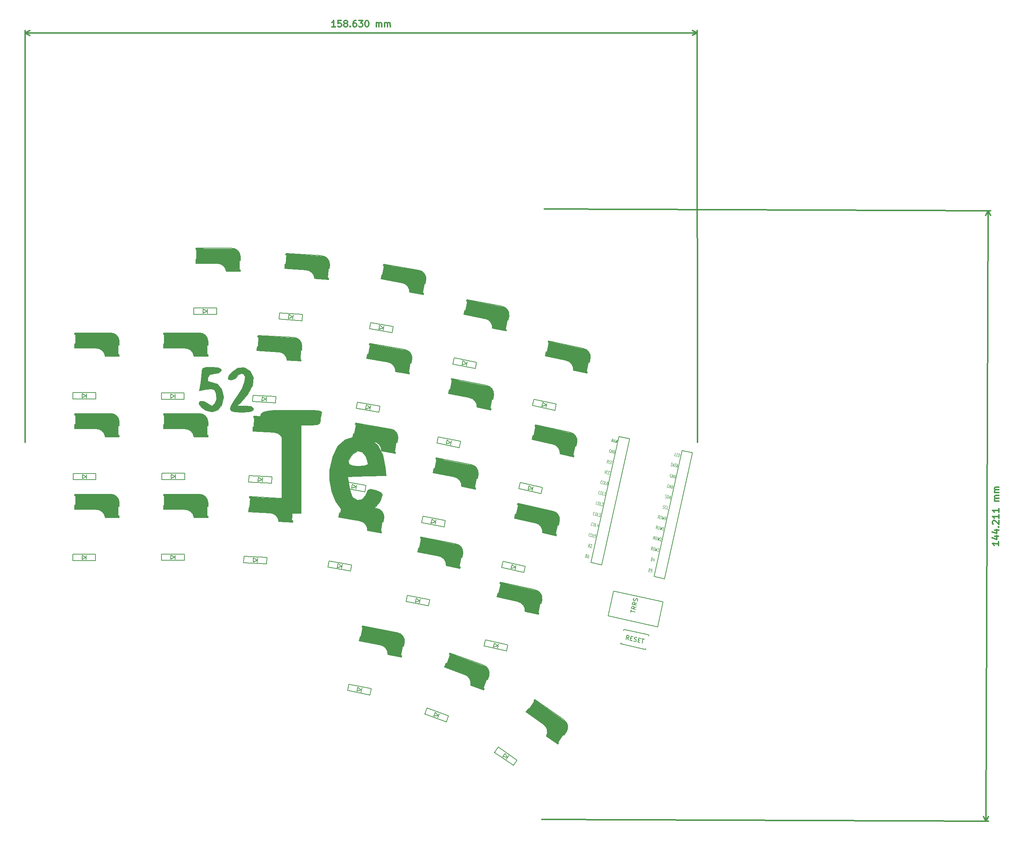
<source format=gbr>
G04 #@! TF.GenerationSoftware,KiCad,Pcbnew,(5.1.0)-1*
G04 #@! TF.CreationDate,2019-06-23T20:26:16+08:00*
G04 #@! TF.ProjectId,52Te_Rev,35325465-5f52-4657-962e-6b696361645f,rev?*
G04 #@! TF.SameCoordinates,Original*
G04 #@! TF.FileFunction,Legend,Top*
G04 #@! TF.FilePolarity,Positive*
%FSLAX46Y46*%
G04 Gerber Fmt 4.6, Leading zero omitted, Abs format (unit mm)*
G04 Created by KiCad (PCBNEW (5.1.0)-1) date 2019-06-23 20:26:16*
%MOMM*%
%LPD*%
G04 APERTURE LIST*
%ADD10C,0.300000*%
%ADD11C,0.800000*%
%ADD12C,3.000000*%
%ADD13C,0.500000*%
%ADD14C,1.000000*%
%ADD15C,3.500000*%
%ADD16C,0.150000*%
%ADD17C,0.400000*%
%ADD18C,0.010000*%
%ADD19C,0.125000*%
G04 APERTURE END LIST*
D10*
X352466890Y-152043986D02*
X352463562Y-152901123D01*
X352465226Y-152472555D02*
X350965237Y-152466730D01*
X351178967Y-152610418D01*
X351321268Y-152753829D01*
X351392141Y-152896962D01*
X351471890Y-150754399D02*
X352471883Y-150758282D01*
X350899079Y-151109320D02*
X351969113Y-151470620D01*
X351972719Y-150542056D01*
X351477438Y-149325838D02*
X352477430Y-149329721D01*
X350904627Y-149680759D02*
X351974660Y-150042060D01*
X351978266Y-149113495D01*
X352337625Y-148543458D02*
X352409331Y-148472307D01*
X352480481Y-148544013D01*
X352408776Y-148615163D01*
X352337625Y-148543458D01*
X352480481Y-148544013D01*
X351125845Y-147895890D02*
X351054695Y-147824185D01*
X350983821Y-147681052D01*
X350985208Y-147323911D01*
X351057191Y-147181333D01*
X351128896Y-147110182D01*
X351272030Y-147039309D01*
X351414886Y-147039863D01*
X351628892Y-147112124D01*
X352482700Y-147972588D01*
X352486306Y-147044024D01*
X352491854Y-145615463D02*
X352488525Y-146472600D01*
X352490189Y-146044032D02*
X350990201Y-146038207D01*
X351203930Y-146181895D01*
X351346231Y-146325306D01*
X351417105Y-146468439D01*
X352497401Y-144186903D02*
X352494073Y-145044039D01*
X352495737Y-144615471D02*
X350995748Y-144609646D01*
X351209478Y-144753334D01*
X351351779Y-144896745D01*
X351422652Y-145039879D01*
X352504335Y-142401202D02*
X351504343Y-142397319D01*
X351647199Y-142397873D02*
X351576048Y-142326168D01*
X351505175Y-142183035D01*
X351506007Y-141968750D01*
X351577990Y-141826172D01*
X351721123Y-141755299D01*
X352506832Y-141758350D01*
X351721123Y-141755299D02*
X351578545Y-141683316D01*
X351507671Y-141540182D01*
X351508503Y-141325898D01*
X351580486Y-141183319D01*
X351723620Y-141112446D01*
X352509328Y-141115497D01*
X352512102Y-140401217D02*
X351512109Y-140397334D01*
X351654965Y-140397889D02*
X351583815Y-140326183D01*
X351512941Y-140183050D01*
X351513774Y-139968766D01*
X351585756Y-139826187D01*
X351728890Y-139755314D01*
X352514598Y-139758365D01*
X351728890Y-139755314D02*
X351586311Y-139683331D01*
X351515438Y-139540197D01*
X351516270Y-139325913D01*
X351588253Y-139183335D01*
X351731386Y-139112461D01*
X352517094Y-139115512D01*
X349431917Y-218066814D02*
X349991917Y-73856814D01*
X244670000Y-217660000D02*
X350018333Y-218069091D01*
X245230000Y-73450000D02*
X350578333Y-73859091D01*
X349991917Y-73856814D02*
X350573959Y-74985586D01*
X349991917Y-73856814D02*
X349401126Y-74981032D01*
X349431917Y-218066814D02*
X350022708Y-216942596D01*
X349431917Y-218066814D02*
X348849875Y-216938042D01*
X195950278Y-30438895D02*
X195093135Y-30439273D01*
X195521707Y-30439084D02*
X195521045Y-28939084D01*
X195378282Y-29153433D01*
X195235488Y-29296353D01*
X195092662Y-29367845D01*
X197306759Y-28938296D02*
X196592473Y-28938612D01*
X196521360Y-29652929D01*
X196592757Y-29581469D01*
X196735582Y-29509977D01*
X197092725Y-29509819D01*
X197235614Y-29581185D01*
X197307074Y-29652582D01*
X197378566Y-29795408D01*
X197378723Y-30152550D01*
X197307358Y-30295439D01*
X197235961Y-30366899D01*
X197093135Y-30438391D01*
X196735992Y-30438548D01*
X196593104Y-30367183D01*
X196521643Y-30295786D01*
X198235614Y-29580744D02*
X198092725Y-29509378D01*
X198021265Y-29437981D01*
X197949773Y-29295155D01*
X197949742Y-29223727D01*
X198021107Y-29080838D01*
X198092504Y-29009378D01*
X198235330Y-28937887D01*
X198521044Y-28937760D01*
X198663933Y-29009126D01*
X198735393Y-29080523D01*
X198806885Y-29223349D01*
X198806916Y-29294777D01*
X198735551Y-29437666D01*
X198664154Y-29509126D01*
X198521328Y-29580618D01*
X198235614Y-29580744D01*
X198092788Y-29652235D01*
X198021391Y-29723695D01*
X197950026Y-29866584D01*
X197950152Y-30152298D01*
X198021643Y-30295124D01*
X198093103Y-30366521D01*
X198235992Y-30437886D01*
X198521706Y-30437760D01*
X198664532Y-30366269D01*
X198735929Y-30294809D01*
X198807294Y-30151920D01*
X198807168Y-29866206D01*
X198735677Y-29723380D01*
X198664217Y-29651983D01*
X198521328Y-29580618D01*
X199450215Y-30294493D02*
X199521675Y-30365890D01*
X199450278Y-30437351D01*
X199378818Y-30365954D01*
X199450215Y-30294493D01*
X199450278Y-30437351D01*
X200806758Y-28936752D02*
X200521044Y-28936878D01*
X200378219Y-29008370D01*
X200306822Y-29079830D01*
X200164059Y-29294178D01*
X200092756Y-29579924D01*
X200093009Y-30151353D01*
X200164500Y-30294178D01*
X200235960Y-30365575D01*
X200378849Y-30436941D01*
X200664563Y-30436815D01*
X200807389Y-30365323D01*
X200878786Y-30293863D01*
X200950151Y-30150974D01*
X200949994Y-29793832D01*
X200878502Y-29651006D01*
X200807042Y-29579609D01*
X200664153Y-29508243D01*
X200378439Y-29508369D01*
X200235614Y-29579861D01*
X200164217Y-29651321D01*
X200092851Y-29794210D01*
X201449616Y-28936468D02*
X202378187Y-28936058D01*
X201878439Y-29507708D01*
X202092725Y-29507613D01*
X202235613Y-29578979D01*
X202307073Y-29650376D01*
X202378565Y-29793201D01*
X202378723Y-30150344D01*
X202307357Y-30293233D01*
X202235960Y-30364693D01*
X202093135Y-30436184D01*
X201664563Y-30436373D01*
X201521674Y-30365008D01*
X201450214Y-30293611D01*
X203306758Y-28935649D02*
X203449615Y-28935586D01*
X203592504Y-29006951D01*
X203663964Y-29078348D01*
X203735456Y-29221174D01*
X203807010Y-29506857D01*
X203807168Y-29863999D01*
X203735865Y-30149745D01*
X203664500Y-30292634D01*
X203593103Y-30364094D01*
X203450277Y-30435585D01*
X203307420Y-30435649D01*
X203164531Y-30364283D01*
X203093071Y-30292886D01*
X203021580Y-30150060D01*
X202950025Y-29864378D01*
X202949868Y-29507235D01*
X203021170Y-29221489D01*
X203092536Y-29078600D01*
X203163933Y-29007140D01*
X203306758Y-28935649D01*
X205593134Y-30434640D02*
X205592693Y-29434640D01*
X205592756Y-29577497D02*
X205664153Y-29506037D01*
X205806979Y-29434545D01*
X206021264Y-29434451D01*
X206164153Y-29505816D01*
X206235645Y-29648642D01*
X206235991Y-30434356D01*
X206235645Y-29648642D02*
X206307010Y-29505753D01*
X206449836Y-29434262D01*
X206664121Y-29434167D01*
X206807010Y-29505533D01*
X206878502Y-29648358D01*
X206878848Y-30434073D01*
X207593134Y-30433757D02*
X207592693Y-29433757D01*
X207592756Y-29576615D02*
X207664153Y-29505154D01*
X207806978Y-29433663D01*
X208021264Y-29433568D01*
X208164153Y-29504934D01*
X208235644Y-29647759D01*
X208235991Y-30433474D01*
X208235644Y-29647759D02*
X208307010Y-29504871D01*
X208449835Y-29433379D01*
X208664121Y-29433285D01*
X208807010Y-29504650D01*
X208878501Y-29647476D01*
X208878848Y-30433190D01*
X281337334Y-31822645D02*
X122707334Y-31892645D01*
X281380000Y-128510000D02*
X281337075Y-31236225D01*
X122750000Y-128580000D02*
X122707075Y-31306225D01*
X122707334Y-31892645D02*
X123833579Y-31305727D01*
X122707334Y-31892645D02*
X123834096Y-32478569D01*
X281337334Y-31822645D02*
X280210572Y-31236721D01*
X281337334Y-31822645D02*
X280211089Y-32409563D01*
X217061747Y-90994890D02*
X217218031Y-90108564D01*
D11*
X216187318Y-93074643D02*
X216499885Y-91301989D01*
D12*
X215682254Y-89431593D02*
X215293282Y-91637563D01*
D13*
X207028366Y-89733447D02*
X208407097Y-89976555D01*
D14*
X207891139Y-87143926D02*
X207457018Y-89605945D01*
D15*
X208963011Y-88551438D02*
X215561223Y-89714880D01*
D16*
X206680829Y-89976795D02*
X206854477Y-88991987D01*
X206854477Y-88991987D02*
X207051439Y-89026717D01*
X207071135Y-89030190D02*
X207461843Y-86814373D01*
X207442147Y-86810900D02*
X207245185Y-86776170D01*
X217142864Y-91110736D02*
X216945902Y-91076006D01*
X216916358Y-91070796D02*
X216527386Y-93276766D01*
X216556931Y-93281975D02*
X216753892Y-93316705D01*
X216691379Y-93671236D02*
X216753892Y-93316705D01*
X217316512Y-90125928D02*
X217142864Y-91110736D01*
X216691379Y-93671236D02*
X213461209Y-93101670D01*
X211604868Y-90845036D02*
X206680829Y-89976795D01*
X207305962Y-86431487D02*
X215578348Y-87890131D01*
X213461312Y-93079886D02*
G75*
G03X211604868Y-90845036I-2169248J86530D01*
G01*
X217316513Y-90125928D02*
G75*
G03X215578348Y-87890131I-1986981J248816D01*
G01*
X207245185Y-86776170D02*
X207305962Y-86431487D01*
D14*
X213924694Y-92755422D02*
G75*
G03X212068250Y-90520572I-2169248J86530D01*
G01*
D13*
X216529147Y-93439545D02*
X213870166Y-92970694D01*
D17*
X207468194Y-86663178D02*
X208846925Y-86906286D01*
X207034074Y-89125198D02*
X206912520Y-89814563D01*
D10*
X252654986Y-129355425D02*
X252849783Y-128476760D01*
D11*
X251690672Y-131395056D02*
X252080264Y-129637724D01*
D12*
X251344996Y-127733444D02*
X250860172Y-129920347D01*
D13*
X242686178Y-127657533D02*
X244052992Y-127960548D01*
D14*
X243661083Y-125108109D02*
X243119984Y-127548849D01*
D15*
X244670541Y-126561036D02*
X251211724Y-128011182D01*
D16*
X242328357Y-127885490D02*
X242544797Y-126909194D01*
X242544797Y-126909194D02*
X242740056Y-126952482D01*
X242759582Y-126956810D02*
X243246571Y-124760144D01*
X243227045Y-124755816D02*
X243031786Y-124712528D01*
X252730973Y-129474698D02*
X252535714Y-129431411D01*
X252506425Y-129424917D02*
X252021600Y-131611820D01*
X252050889Y-131618314D02*
X252246148Y-131661602D01*
X252168230Y-132013068D02*
X252246148Y-131661602D01*
X252947413Y-128498402D02*
X252730973Y-129474698D01*
X252168230Y-132013068D02*
X248965979Y-131303146D01*
X247209837Y-128967688D02*
X242328357Y-127885490D01*
X243107540Y-124370824D02*
X251308426Y-126188916D01*
X248967032Y-131281387D02*
G75*
G03X247209837Y-128967688I-2163409J181068D01*
G01*
X252947414Y-128498402D02*
G75*
G03X251308426Y-126188916I-1974237J335249D01*
G01*
X243031786Y-124712528D02*
X243107540Y-124370824D01*
D14*
X249444126Y-130977444D02*
G75*
G03X247686931Y-128663745I-2163409J181068D01*
G01*
D13*
X252016259Y-131774521D02*
X249380260Y-131190134D01*
D17*
X243259511Y-124609371D02*
X244626326Y-124912387D01*
X242718412Y-127050111D02*
X242566904Y-127733518D01*
X222219231Y-180900310D02*
X221979817Y-181558095D01*
X223074281Y-178551080D02*
X224389851Y-179029907D01*
D13*
X230820874Y-186797914D02*
X228283704Y-185874460D01*
D14*
X228374786Y-185671928D02*
G75*
G03X226934623Y-183148661I-2121267J461902D01*
G01*
D16*
X222835040Y-178623628D02*
X222954747Y-178294736D01*
X232171683Y-183671364D02*
G75*
G03X230848165Y-181167704I-1913589J590071D01*
G01*
X227862100Y-185910995D02*
G75*
G03X226421937Y-183387730I-2121266J461901D01*
G01*
X222954747Y-178294736D02*
X230848165Y-181167704D01*
X226421937Y-183387730D02*
X221723473Y-181677629D01*
X230940409Y-187054257D02*
X227858217Y-185932431D01*
X232171681Y-183671364D02*
X231829661Y-184611056D01*
X230940409Y-187054257D02*
X231063536Y-186715968D01*
X230875597Y-186647565D02*
X231063536Y-186715968D01*
X231613532Y-184532392D02*
X230847407Y-186637303D01*
X231829661Y-184611056D02*
X231641722Y-184542652D01*
X223022977Y-178692032D02*
X222835040Y-178623628D01*
X222272227Y-180813181D02*
X223041772Y-178698873D01*
X222065495Y-180737937D02*
X222253433Y-180806341D01*
X221723473Y-181677629D02*
X222065495Y-180737937D01*
D15*
X224218496Y-180670223D02*
X230514436Y-182961758D01*
D14*
X223407320Y-179097966D02*
X222552269Y-181447197D01*
D13*
X222107988Y-181498328D02*
X223423558Y-181977156D01*
D12*
X230682821Y-182703792D02*
X229916696Y-184808703D01*
D11*
X230547603Y-186379199D02*
X231163239Y-184687752D01*
D10*
X231769893Y-184482885D02*
X232077712Y-183637162D01*
D17*
X134630000Y-105410000D02*
X134630000Y-106110000D01*
X134630000Y-102910000D02*
X136030000Y-102910000D01*
D13*
X144730000Y-108010000D02*
X142030000Y-108010000D01*
D14*
X142046318Y-107788529D02*
G75*
G03X139830000Y-105910000I-2151318J-291471D01*
G01*
D16*
X134430000Y-103060000D02*
X134430000Y-102710000D01*
X144930001Y-104610000D02*
G75*
G03X142830000Y-102709999I-2000001J-100000D01*
G01*
X141646318Y-108188529D02*
G75*
G03X139430000Y-106310000I-2151318J-291471D01*
G01*
X134430000Y-102710000D02*
X142830000Y-102709999D01*
X139430000Y-106310000D02*
X134430000Y-106310000D01*
X144930000Y-108210000D02*
X141650000Y-108210000D01*
X144930000Y-104610000D02*
X144930000Y-105610000D01*
X144930000Y-108210000D02*
X144930000Y-107850000D01*
X144730000Y-107850000D02*
X144930000Y-107850000D01*
X144700000Y-105610000D02*
X144700000Y-107850000D01*
X144930000Y-105610000D02*
X144730000Y-105610000D01*
X134630000Y-103060000D02*
X134430000Y-103060000D01*
X134650000Y-105310000D02*
X134650000Y-103060000D01*
X134430000Y-105310000D02*
X134630000Y-105310000D01*
X134430000Y-106310000D02*
X134430000Y-105310000D01*
D15*
X136430000Y-104510000D02*
X143130000Y-104510000D01*
D14*
X135130000Y-103310000D02*
X135130000Y-105810000D01*
D13*
X134730000Y-106010000D02*
X136130000Y-106010000D01*
D12*
X143200000Y-104210000D02*
X143200000Y-106450000D01*
D11*
X144330000Y-107710000D02*
X144330000Y-105910000D01*
D10*
X144829999Y-105510000D02*
X144830000Y-104610001D01*
D16*
X273309319Y-166271112D02*
X272010681Y-172128888D01*
X272010681Y-172128888D02*
X260295129Y-169531613D01*
X260295129Y-169531613D02*
X261593767Y-163673837D01*
X261593767Y-163673837D02*
X273309319Y-166271112D01*
X134030000Y-116820000D02*
X134030000Y-118320000D01*
X139430000Y-116820000D02*
X134030000Y-116820000D01*
X139430000Y-118320000D02*
X139430000Y-116820000D01*
X134030000Y-118320000D02*
X139430000Y-118320000D01*
X137230000Y-118070000D02*
X137230000Y-117070000D01*
X136230000Y-117070000D02*
X137130000Y-117570000D01*
X136230000Y-118070000D02*
X136230000Y-117070000D01*
X137130000Y-117570000D02*
X136230000Y-118070000D01*
X137150000Y-136640000D02*
X136250000Y-137140000D01*
X136250000Y-137140000D02*
X136250000Y-136140000D01*
X136250000Y-136140000D02*
X137150000Y-136640000D01*
X137250000Y-137140000D02*
X137250000Y-136140000D01*
X134050000Y-137390000D02*
X139450000Y-137390000D01*
X139450000Y-137390000D02*
X139450000Y-135890000D01*
X139450000Y-135890000D02*
X134050000Y-135890000D01*
X134050000Y-135890000D02*
X134050000Y-137390000D01*
X133960000Y-154960000D02*
X133960000Y-156460000D01*
X139360000Y-154960000D02*
X133960000Y-154960000D01*
X139360000Y-156460000D02*
X139360000Y-154960000D01*
X133960000Y-156460000D02*
X139360000Y-156460000D01*
X137160000Y-156210000D02*
X137160000Y-155210000D01*
X136160000Y-155210000D02*
X137060000Y-155710000D01*
X136160000Y-156210000D02*
X136160000Y-155210000D01*
X137060000Y-155710000D02*
X136160000Y-156210000D01*
X162520000Y-96800000D02*
X162520000Y-98300000D01*
X167920000Y-96800000D02*
X162520000Y-96800000D01*
X167920000Y-98300000D02*
X167920000Y-96800000D01*
X162520000Y-98300000D02*
X167920000Y-98300000D01*
X165720000Y-98050000D02*
X165720000Y-97050000D01*
X164720000Y-97050000D02*
X165620000Y-97550000D01*
X164720000Y-98050000D02*
X164720000Y-97050000D01*
X165620000Y-97550000D02*
X164720000Y-98050000D01*
X157980000Y-117610000D02*
X157080000Y-118110000D01*
X157080000Y-118110000D02*
X157080000Y-117110000D01*
X157080000Y-117110000D02*
X157980000Y-117610000D01*
X158080000Y-118110000D02*
X158080000Y-117110000D01*
X154880000Y-118360000D02*
X160280000Y-118360000D01*
X160280000Y-118360000D02*
X160280000Y-116860000D01*
X160280000Y-116860000D02*
X154880000Y-116860000D01*
X154880000Y-116860000D02*
X154880000Y-118360000D01*
X155000000Y-135860000D02*
X155000000Y-137360000D01*
X160400000Y-135860000D02*
X155000000Y-135860000D01*
X160400000Y-137360000D02*
X160400000Y-135860000D01*
X155000000Y-137360000D02*
X160400000Y-137360000D01*
X158200000Y-137110000D02*
X158200000Y-136110000D01*
X157200000Y-136110000D02*
X158100000Y-136610000D01*
X157200000Y-137110000D02*
X157200000Y-136110000D01*
X158100000Y-136610000D02*
X157200000Y-137110000D01*
X154920000Y-154930000D02*
X154920000Y-156430000D01*
X160320000Y-154930000D02*
X154920000Y-154930000D01*
X160320000Y-156430000D02*
X160320000Y-154930000D01*
X154920000Y-156430000D02*
X160320000Y-156430000D01*
X158120000Y-156180000D02*
X158120000Y-155180000D01*
X157120000Y-155180000D02*
X158020000Y-155680000D01*
X157120000Y-156180000D02*
X157120000Y-155180000D01*
X158020000Y-155680000D02*
X157120000Y-156180000D01*
X185819026Y-98917903D02*
X184886340Y-99353904D01*
X184886340Y-99353904D02*
X184956096Y-98356340D01*
X184956096Y-98356340D02*
X185819026Y-98917903D01*
X185883904Y-99423660D02*
X185953660Y-98426096D01*
X182674260Y-99449831D02*
X188061106Y-99826516D01*
X188061106Y-99826516D02*
X188165740Y-98330169D01*
X188165740Y-98330169D02*
X182778894Y-97953484D01*
X182778894Y-97953484D02*
X182674260Y-99449831D01*
X176512952Y-117419721D02*
X176434448Y-118917665D01*
X181905552Y-117702335D02*
X176512952Y-117419721D01*
X181827048Y-119200279D02*
X181905552Y-117702335D01*
X176434448Y-118917665D02*
X181827048Y-119200279D01*
X179643147Y-118835483D02*
X179695483Y-117836853D01*
X178696853Y-117784517D02*
X179569452Y-118330934D01*
X178644517Y-118783147D02*
X178696853Y-117784517D01*
X179569452Y-118330934D02*
X178644517Y-118783147D01*
X178619452Y-137350934D02*
X177694517Y-137803147D01*
X177694517Y-137803147D02*
X177746853Y-136804517D01*
X177746853Y-136804517D02*
X178619452Y-137350934D01*
X178693147Y-137855483D02*
X178745483Y-136856853D01*
X175484448Y-137937665D02*
X180877048Y-138220279D01*
X180877048Y-138220279D02*
X180955552Y-136722335D01*
X180955552Y-136722335D02*
X175562952Y-136439721D01*
X175562952Y-136439721D02*
X175484448Y-137937665D01*
X177469452Y-156380934D02*
X176544517Y-156833147D01*
X176544517Y-156833147D02*
X176596853Y-155834517D01*
X176596853Y-155834517D02*
X177469452Y-156380934D01*
X177543147Y-156885483D02*
X177595483Y-155886853D01*
X174334448Y-156967665D02*
X179727048Y-157250279D01*
X179727048Y-157250279D02*
X179805552Y-155752335D01*
X179805552Y-155752335D02*
X174412952Y-155469721D01*
X174412952Y-155469721D02*
X174334448Y-156967665D01*
X204291255Y-100262544D02*
X204030783Y-101739756D01*
X209609217Y-101200244D02*
X204291255Y-100262544D01*
X209348745Y-102677456D02*
X209609217Y-101200244D01*
X204030783Y-101739756D02*
X209348745Y-102677456D01*
X207225580Y-102049228D02*
X207399228Y-101064420D01*
X206414420Y-100890772D02*
X207213923Y-101539459D01*
X206240772Y-101875580D02*
X206414420Y-100890772D01*
X207213923Y-101539459D02*
X206240772Y-101875580D01*
X204071957Y-120307685D02*
X203098806Y-120643806D01*
X203098806Y-120643806D02*
X203272454Y-119658998D01*
X203272454Y-119658998D02*
X204071957Y-120307685D01*
X204083614Y-120817454D02*
X204257262Y-119832646D01*
X200888817Y-120507982D02*
X206206779Y-121445682D01*
X206206779Y-121445682D02*
X206467251Y-119968470D01*
X206467251Y-119968470D02*
X201149289Y-119030770D01*
X201149289Y-119030770D02*
X200888817Y-120507982D01*
X197851255Y-137792544D02*
X197590783Y-139269756D01*
X203169217Y-138730244D02*
X197851255Y-137792544D01*
X202908745Y-140207456D02*
X203169217Y-138730244D01*
X197590783Y-139269756D02*
X202908745Y-140207456D01*
X200785580Y-139579228D02*
X200959228Y-138594420D01*
X199974420Y-138420772D02*
X200773923Y-139069459D01*
X199800772Y-139405580D02*
X199974420Y-138420772D01*
X200773923Y-139069459D02*
X199800772Y-139405580D01*
X194451255Y-156542544D02*
X194190783Y-158019756D01*
X199769217Y-157480244D02*
X194451255Y-156542544D01*
X199508745Y-158957456D02*
X199769217Y-157480244D01*
X194190783Y-158019756D02*
X199508745Y-158957456D01*
X197385580Y-158329228D02*
X197559228Y-157344420D01*
X196574420Y-157170772D02*
X197373923Y-157819459D01*
X196400772Y-158155580D02*
X196574420Y-157170772D01*
X197373923Y-157819459D02*
X196400772Y-158155580D01*
X202012651Y-187026324D02*
X201033782Y-187345409D01*
X201033782Y-187345409D02*
X201224591Y-186363782D01*
X201224591Y-186363782D02*
X202012651Y-187026324D01*
X202015409Y-187536218D02*
X202206218Y-186554591D01*
X198826500Y-187171036D02*
X204127287Y-188201405D01*
X204127287Y-188201405D02*
X204413500Y-186728964D01*
X204413500Y-186728964D02*
X199112713Y-185698595D01*
X199112713Y-185698595D02*
X198826500Y-187171036D01*
X226852651Y-109936324D02*
X225873782Y-110255409D01*
X225873782Y-110255409D02*
X226064591Y-109273782D01*
X226064591Y-109273782D02*
X226852651Y-109936324D01*
X226855409Y-110446218D02*
X227046218Y-109464591D01*
X223666500Y-110081036D02*
X228967287Y-111111405D01*
X228967287Y-111111405D02*
X229253500Y-109638964D01*
X229253500Y-109638964D02*
X223952713Y-108608595D01*
X223952713Y-108608595D02*
X223666500Y-110081036D01*
X220202713Y-127278595D02*
X219916500Y-128751036D01*
X225503500Y-128308964D02*
X220202713Y-127278595D01*
X225217287Y-129781405D02*
X225503500Y-128308964D01*
X219916500Y-128751036D02*
X225217287Y-129781405D01*
X223105409Y-129116218D02*
X223296218Y-128134591D01*
X222314591Y-127943782D02*
X223102651Y-128606324D01*
X222123782Y-128925409D02*
X222314591Y-127943782D01*
X223102651Y-128606324D02*
X222123782Y-128925409D01*
X219495039Y-147345010D02*
X218516170Y-147664095D01*
X218516170Y-147664095D02*
X218706979Y-146682468D01*
X218706979Y-146682468D02*
X219495039Y-147345010D01*
X219497797Y-147854904D02*
X219688606Y-146873277D01*
X216308888Y-147489722D02*
X221609675Y-148520091D01*
X221609675Y-148520091D02*
X221895888Y-147047650D01*
X221895888Y-147047650D02*
X216595101Y-146017281D01*
X216595101Y-146017281D02*
X216308888Y-147489722D01*
X215792651Y-166006324D02*
X214813782Y-166325409D01*
X214813782Y-166325409D02*
X215004591Y-165343782D01*
X215004591Y-165343782D02*
X215792651Y-166006324D01*
X215795409Y-166516218D02*
X215986218Y-165534591D01*
X212606500Y-166151036D02*
X217907287Y-167181405D01*
X217907287Y-167181405D02*
X218193500Y-165708964D01*
X218193500Y-165708964D02*
X212892713Y-164678595D01*
X212892713Y-164678595D02*
X212606500Y-166151036D01*
X217529345Y-191311776D02*
X217016315Y-192721315D01*
X222603685Y-193158685D02*
X217529345Y-191311776D01*
X222090655Y-194568224D02*
X222603685Y-193158685D01*
X217016315Y-192721315D02*
X222090655Y-194568224D01*
X220108836Y-193580856D02*
X220450856Y-192641164D01*
X219511164Y-192299144D02*
X220185877Y-193076808D01*
X219169144Y-193238836D02*
X219511164Y-192299144D01*
X220185877Y-193076808D02*
X219169144Y-193238836D01*
X242794935Y-118385028D02*
X242483068Y-119852249D01*
X248076932Y-119507751D02*
X242794935Y-118385028D01*
X247765065Y-120974972D02*
X248076932Y-119507751D01*
X242483068Y-119852249D02*
X247765065Y-120974972D01*
X245665118Y-120273030D02*
X245873030Y-119294882D01*
X244894882Y-119086970D02*
X245671259Y-119763165D01*
X244686970Y-120065118D02*
X244894882Y-119086970D01*
X245671259Y-119763165D02*
X244686970Y-120065118D01*
X242410518Y-139446576D02*
X241423632Y-139739928D01*
X241423632Y-139739928D02*
X241640072Y-138763632D01*
X241640072Y-138763632D02*
X242410518Y-139446576D01*
X242399928Y-139956368D02*
X242616368Y-138980072D01*
X239221671Y-139507835D02*
X244493670Y-140676609D01*
X244493670Y-140676609D02*
X244818329Y-139212165D01*
X244818329Y-139212165D02*
X239546330Y-138043391D01*
X239546330Y-138043391D02*
X239221671Y-139507835D01*
X238370518Y-158076576D02*
X237383632Y-158369928D01*
X237383632Y-158369928D02*
X237600072Y-157393632D01*
X237600072Y-157393632D02*
X238370518Y-158076576D01*
X238359928Y-158586368D02*
X238576368Y-157610072D01*
X235181671Y-158137835D02*
X240453670Y-159306609D01*
X240453670Y-159306609D02*
X240778329Y-157842165D01*
X240778329Y-157842165D02*
X235506330Y-156673391D01*
X235506330Y-156673391D02*
X235181671Y-158137835D01*
X231363405Y-175219211D02*
X231038746Y-176683655D01*
X236635404Y-176387985D02*
X231363405Y-175219211D01*
X236310745Y-177852429D02*
X236635404Y-176387985D01*
X231038746Y-176683655D02*
X236310745Y-177852429D01*
X234217003Y-177132188D02*
X234433443Y-176155892D01*
X233457147Y-175939452D02*
X234227593Y-176622396D01*
X233240707Y-176915748D02*
X233457147Y-175939452D01*
X234227593Y-176622396D02*
X233240707Y-176915748D01*
X236477661Y-202929431D02*
X235453636Y-202822788D01*
X235453636Y-202822788D02*
X236027212Y-202003636D01*
X236027212Y-202003636D02*
X236477661Y-202929431D01*
X236272788Y-203396364D02*
X236846364Y-202577212D01*
X233508107Y-201765708D02*
X237931528Y-204863020D01*
X237931528Y-204863020D02*
X238791893Y-203634292D01*
X238791893Y-203634292D02*
X234368472Y-200536980D01*
X234368472Y-200536980D02*
X233508107Y-201765708D01*
D10*
X144829999Y-124540000D02*
X144830000Y-123640001D01*
D11*
X144330000Y-126740000D02*
X144330000Y-124940000D01*
D12*
X143200000Y-123240000D02*
X143200000Y-125480000D01*
D13*
X134730000Y-125040000D02*
X136130000Y-125040000D01*
D14*
X135130000Y-122340000D02*
X135130000Y-124840000D01*
D15*
X136430000Y-123540000D02*
X143130000Y-123540000D01*
D16*
X134430000Y-125340000D02*
X134430000Y-124340000D01*
X134430000Y-124340000D02*
X134630000Y-124340000D01*
X134650000Y-124340000D02*
X134650000Y-122090000D01*
X134630000Y-122090000D02*
X134430000Y-122090000D01*
X144930000Y-124640000D02*
X144730000Y-124640000D01*
X144700000Y-124640000D02*
X144700000Y-126880000D01*
X144730000Y-126880000D02*
X144930000Y-126880000D01*
X144930000Y-127240000D02*
X144930000Y-126880000D01*
X144930000Y-123640000D02*
X144930000Y-124640000D01*
X144930000Y-127240000D02*
X141650000Y-127240000D01*
X139430000Y-125340000D02*
X134430000Y-125340000D01*
X134430000Y-121740000D02*
X142830000Y-121739999D01*
X141646318Y-127218529D02*
G75*
G03X139430000Y-125340000I-2151318J-291471D01*
G01*
X144930001Y-123640000D02*
G75*
G03X142830000Y-121739999I-2000001J-100000D01*
G01*
X134430000Y-122090000D02*
X134430000Y-121740000D01*
D14*
X142046318Y-126818529D02*
G75*
G03X139830000Y-124940000I-2151318J-291471D01*
G01*
D13*
X144730000Y-127040000D02*
X142030000Y-127040000D01*
D17*
X134630000Y-121940000D02*
X136030000Y-121940000D01*
X134630000Y-124440000D02*
X134630000Y-125140000D01*
X134630000Y-143500000D02*
X134630000Y-144200000D01*
X134630000Y-141000000D02*
X136030000Y-141000000D01*
D13*
X144730000Y-146100000D02*
X142030000Y-146100000D01*
D14*
X142046318Y-145878529D02*
G75*
G03X139830000Y-144000000I-2151318J-291471D01*
G01*
D16*
X134430000Y-141150000D02*
X134430000Y-140800000D01*
X144930001Y-142700000D02*
G75*
G03X142830000Y-140799999I-2000001J-100000D01*
G01*
X141646318Y-146278529D02*
G75*
G03X139430000Y-144400000I-2151318J-291471D01*
G01*
X134430000Y-140800000D02*
X142830000Y-140799999D01*
X139430000Y-144400000D02*
X134430000Y-144400000D01*
X144930000Y-146300000D02*
X141650000Y-146300000D01*
X144930000Y-142700000D02*
X144930000Y-143700000D01*
X144930000Y-146300000D02*
X144930000Y-145940000D01*
X144730000Y-145940000D02*
X144930000Y-145940000D01*
X144700000Y-143700000D02*
X144700000Y-145940000D01*
X144930000Y-143700000D02*
X144730000Y-143700000D01*
X134630000Y-141150000D02*
X134430000Y-141150000D01*
X134650000Y-143400000D02*
X134650000Y-141150000D01*
X134430000Y-143400000D02*
X134630000Y-143400000D01*
X134430000Y-144400000D02*
X134430000Y-143400000D01*
D15*
X136430000Y-142600000D02*
X143130000Y-142600000D01*
D14*
X135130000Y-141400000D02*
X135130000Y-143900000D01*
D13*
X134730000Y-144100000D02*
X136130000Y-144100000D01*
D12*
X143200000Y-142300000D02*
X143200000Y-144540000D01*
D11*
X144330000Y-145800000D02*
X144330000Y-144000000D01*
D10*
X144829999Y-143600000D02*
X144830000Y-142700001D01*
X173409999Y-85490000D02*
X173410000Y-84590001D01*
D11*
X172910000Y-87690000D02*
X172910000Y-85890000D01*
D12*
X171780000Y-84190000D02*
X171780000Y-86430000D01*
D13*
X163310000Y-85990000D02*
X164710000Y-85990000D01*
D14*
X163710000Y-83290000D02*
X163710000Y-85790000D01*
D15*
X165010000Y-84490000D02*
X171710000Y-84490000D01*
D16*
X163010000Y-86290000D02*
X163010000Y-85290000D01*
X163010000Y-85290000D02*
X163210000Y-85290000D01*
X163230000Y-85290000D02*
X163230000Y-83040000D01*
X163210000Y-83040000D02*
X163010000Y-83040000D01*
X173510000Y-85590000D02*
X173310000Y-85590000D01*
X173280000Y-85590000D02*
X173280000Y-87830000D01*
X173310000Y-87830000D02*
X173510000Y-87830000D01*
X173510000Y-88190000D02*
X173510000Y-87830000D01*
X173510000Y-84590000D02*
X173510000Y-85590000D01*
X173510000Y-88190000D02*
X170230000Y-88190000D01*
X168010000Y-86290000D02*
X163010000Y-86290000D01*
X163010000Y-82690000D02*
X171410000Y-82689999D01*
X170226318Y-88168529D02*
G75*
G03X168010000Y-86290000I-2151318J-291471D01*
G01*
X173510001Y-84590000D02*
G75*
G03X171410000Y-82689999I-2000001J-100000D01*
G01*
X163010000Y-83040000D02*
X163010000Y-82690000D01*
D14*
X170626318Y-87768529D02*
G75*
G03X168410000Y-85890000I-2151318J-291471D01*
G01*
D13*
X173310000Y-87990000D02*
X170610000Y-87990000D01*
D17*
X163210000Y-82890000D02*
X164610000Y-82890000D01*
X163210000Y-85390000D02*
X163210000Y-86090000D01*
D10*
X165779999Y-105510000D02*
X165780000Y-104610001D01*
D11*
X165280000Y-107710000D02*
X165280000Y-105910000D01*
D12*
X164150000Y-104210000D02*
X164150000Y-106450000D01*
D13*
X155680000Y-106010000D02*
X157080000Y-106010000D01*
D14*
X156080000Y-103310000D02*
X156080000Y-105810000D01*
D15*
X157380000Y-104510000D02*
X164080000Y-104510000D01*
D16*
X155380000Y-106310000D02*
X155380000Y-105310000D01*
X155380000Y-105310000D02*
X155580000Y-105310000D01*
X155600000Y-105310000D02*
X155600000Y-103060000D01*
X155580000Y-103060000D02*
X155380000Y-103060000D01*
X165880000Y-105610000D02*
X165680000Y-105610000D01*
X165650000Y-105610000D02*
X165650000Y-107850000D01*
X165680000Y-107850000D02*
X165880000Y-107850000D01*
X165880000Y-108210000D02*
X165880000Y-107850000D01*
X165880000Y-104610000D02*
X165880000Y-105610000D01*
X165880000Y-108210000D02*
X162600000Y-108210000D01*
X160380000Y-106310000D02*
X155380000Y-106310000D01*
X155380000Y-102710000D02*
X163780000Y-102709999D01*
X162596318Y-108188529D02*
G75*
G03X160380000Y-106310000I-2151318J-291471D01*
G01*
X165880001Y-104610000D02*
G75*
G03X163780000Y-102709999I-2000001J-100000D01*
G01*
X155380000Y-103060000D02*
X155380000Y-102710000D01*
D14*
X162996318Y-107788529D02*
G75*
G03X160780000Y-105910000I-2151318J-291471D01*
G01*
D13*
X165680000Y-108010000D02*
X162980000Y-108010000D01*
D17*
X155580000Y-102910000D02*
X156980000Y-102910000D01*
X155580000Y-105410000D02*
X155580000Y-106110000D01*
X155580000Y-124460000D02*
X155580000Y-125160000D01*
X155580000Y-121960000D02*
X156980000Y-121960000D01*
D13*
X165680000Y-127060000D02*
X162980000Y-127060000D01*
D14*
X162996318Y-126838529D02*
G75*
G03X160780000Y-124960000I-2151318J-291471D01*
G01*
D16*
X155380000Y-122110000D02*
X155380000Y-121760000D01*
X165880001Y-123660000D02*
G75*
G03X163780000Y-121759999I-2000001J-100000D01*
G01*
X162596318Y-127238529D02*
G75*
G03X160380000Y-125360000I-2151318J-291471D01*
G01*
X155380000Y-121760000D02*
X163780000Y-121759999D01*
X160380000Y-125360000D02*
X155380000Y-125360000D01*
X165880000Y-127260000D02*
X162600000Y-127260000D01*
X165880000Y-123660000D02*
X165880000Y-124660000D01*
X165880000Y-127260000D02*
X165880000Y-126900000D01*
X165680000Y-126900000D02*
X165880000Y-126900000D01*
X165650000Y-124660000D02*
X165650000Y-126900000D01*
X165880000Y-124660000D02*
X165680000Y-124660000D01*
X155580000Y-122110000D02*
X155380000Y-122110000D01*
X155600000Y-124360000D02*
X155600000Y-122110000D01*
X155380000Y-124360000D02*
X155580000Y-124360000D01*
X155380000Y-125360000D02*
X155380000Y-124360000D01*
D15*
X157380000Y-123560000D02*
X164080000Y-123560000D01*
D14*
X156080000Y-122360000D02*
X156080000Y-124860000D01*
D13*
X155680000Y-125060000D02*
X157080000Y-125060000D01*
D12*
X164150000Y-123260000D02*
X164150000Y-125500000D01*
D11*
X165280000Y-126760000D02*
X165280000Y-124960000D01*
D10*
X165779999Y-124560000D02*
X165780000Y-123660001D01*
X165779999Y-143620000D02*
X165780000Y-142720001D01*
D11*
X165280000Y-145820000D02*
X165280000Y-144020000D01*
D12*
X164150000Y-142320000D02*
X164150000Y-144560000D01*
D13*
X155680000Y-144120000D02*
X157080000Y-144120000D01*
D14*
X156080000Y-141420000D02*
X156080000Y-143920000D01*
D15*
X157380000Y-142620000D02*
X164080000Y-142620000D01*
D16*
X155380000Y-144420000D02*
X155380000Y-143420000D01*
X155380000Y-143420000D02*
X155580000Y-143420000D01*
X155600000Y-143420000D02*
X155600000Y-141170000D01*
X155580000Y-141170000D02*
X155380000Y-141170000D01*
X165880000Y-143720000D02*
X165680000Y-143720000D01*
X165650000Y-143720000D02*
X165650000Y-145960000D01*
X165680000Y-145960000D02*
X165880000Y-145960000D01*
X165880000Y-146320000D02*
X165880000Y-145960000D01*
X165880000Y-142720000D02*
X165880000Y-143720000D01*
X165880000Y-146320000D02*
X162600000Y-146320000D01*
X160380000Y-144420000D02*
X155380000Y-144420000D01*
X155380000Y-140820000D02*
X163780000Y-140819999D01*
X162596318Y-146298529D02*
G75*
G03X160380000Y-144420000I-2151318J-291471D01*
G01*
X165880001Y-142720000D02*
G75*
G03X163780000Y-140819999I-2000001J-100000D01*
G01*
X155380000Y-141170000D02*
X155380000Y-140820000D01*
D14*
X162996318Y-145898529D02*
G75*
G03X160780000Y-144020000I-2151318J-291471D01*
G01*
D13*
X165680000Y-146120000D02*
X162980000Y-146120000D01*
D17*
X155580000Y-141020000D02*
X156980000Y-141020000D01*
X155580000Y-143520000D02*
X155580000Y-144220000D01*
X184262768Y-86602572D02*
X184213939Y-87300867D01*
X184437160Y-84108662D02*
X185833749Y-84206321D01*
D13*
X194156799Y-89900779D02*
X191463376Y-89712436D01*
D14*
X191495103Y-89492644D02*
G75*
G03X189415223Y-87464087I-2166410J-140692D01*
G01*
D16*
X184227183Y-84244345D02*
X184251598Y-83895197D01*
X194593485Y-86523012D02*
G75*
G03X192631136Y-84481151I-2002105J39756D01*
G01*
X191068175Y-89863767D02*
G75*
G03X188988295Y-87835210I-2166410J-140692D01*
G01*
X184251598Y-83895197D02*
X192631136Y-84481151D01*
X188988295Y-87835210D02*
X184000475Y-87486428D01*
X194342360Y-90114243D02*
X191070350Y-89885442D01*
X194593483Y-86523012D02*
X194523727Y-87520576D01*
X194342360Y-90114243D02*
X194367472Y-89755120D01*
X194167960Y-89741168D02*
X194367472Y-89755120D01*
X194294287Y-87504532D02*
X194138033Y-89739076D01*
X194523727Y-87520576D02*
X194324214Y-87506625D01*
X184426696Y-84258296D02*
X184227183Y-84244345D01*
X184289695Y-86504210D02*
X184446647Y-84259691D01*
X184070231Y-86488864D02*
X184269744Y-86502815D01*
X184000475Y-87486428D02*
X184070231Y-86488864D01*
D15*
X186121165Y-85830326D02*
X192804844Y-86297694D01*
D14*
X184908039Y-84542565D02*
X184733648Y-87036476D01*
D13*
X184320671Y-87208086D02*
X185717261Y-87305745D01*
D12*
X192895600Y-86003308D02*
X192739346Y-88237851D01*
D11*
X193778700Y-89573607D02*
X193904261Y-87777992D01*
D10*
X194430945Y-87413844D02*
X194493727Y-86516038D01*
D17*
X177710140Y-106025067D02*
X177673505Y-106724107D01*
X177840980Y-103528493D02*
X179239062Y-103601763D01*
D13*
X187660225Y-109150097D02*
X184963925Y-109008789D01*
D14*
X184991812Y-108788476D02*
G75*
G03X182876846Y-106796528I-2163624J-178480D01*
G01*
D16*
X177633404Y-103667820D02*
X177651721Y-103318300D01*
X188037894Y-105765223D02*
G75*
G03X186040210Y-103757921I-2002493J4809D01*
G01*
X184571426Y-109166994D02*
G75*
G03X182456460Y-107175046I-2163624J-178480D01*
G01*
X177651721Y-103318300D02*
X186040210Y-103757921D01*
X182456460Y-107175046D02*
X177463312Y-106913366D01*
X187849484Y-109360290D02*
X184573979Y-109188628D01*
X188037893Y-105765223D02*
X187985557Y-106763853D01*
X187849484Y-109360290D02*
X187868325Y-109000783D01*
X187668599Y-108990316D02*
X187868325Y-109000783D01*
X187755873Y-106751816D02*
X187638640Y-108988746D01*
X187985557Y-106763853D02*
X187785831Y-106753386D01*
X177833130Y-103678287D02*
X177633404Y-103667820D01*
X177735346Y-105926250D02*
X177853102Y-103679334D01*
X177515648Y-105914736D02*
X177715374Y-105925204D01*
X177463312Y-106913366D02*
X177515648Y-105914736D01*
D15*
X179554776Y-105220505D02*
X186245594Y-105571156D01*
D14*
X178319361Y-103954113D02*
X178188521Y-106450686D01*
D13*
X177778602Y-106629478D02*
X179176683Y-106702748D01*
D12*
X186331199Y-105275230D02*
X186213966Y-107512160D01*
D11*
X187276474Y-108829573D02*
X187370679Y-107032040D01*
D10*
X187890927Y-106658756D02*
X187938030Y-105759991D01*
X186900927Y-125688756D02*
X186948030Y-124789991D01*
D11*
X186286474Y-127859573D02*
X186380679Y-126062040D01*
D12*
X185341199Y-124305230D02*
X185223966Y-126542160D01*
D13*
X176788602Y-125659478D02*
X178186683Y-125732748D01*
D14*
X177329361Y-122984113D02*
X177198521Y-125480686D01*
D15*
X178564776Y-124250505D02*
X185255594Y-124601156D01*
D16*
X176473312Y-125943366D02*
X176525648Y-124944736D01*
X176525648Y-124944736D02*
X176725374Y-124955204D01*
X176745346Y-124956250D02*
X176863102Y-122709334D01*
X176843130Y-122708287D02*
X176643404Y-122697820D01*
X186995557Y-125793853D02*
X186795831Y-125783386D01*
X186765873Y-125781816D02*
X186648640Y-128018746D01*
X186678599Y-128020316D02*
X186878325Y-128030783D01*
X186859484Y-128390290D02*
X186878325Y-128030783D01*
X187047893Y-124795223D02*
X186995557Y-125793853D01*
X186859484Y-128390290D02*
X183583979Y-128218628D01*
X181466460Y-126205046D02*
X176473312Y-125943366D01*
X176661721Y-122348300D02*
X185050210Y-122787921D01*
X183581426Y-128196994D02*
G75*
G03X181466460Y-126205046I-2163624J-178480D01*
G01*
X187047894Y-124795223D02*
G75*
G03X185050210Y-122787921I-2002493J4809D01*
G01*
X176643404Y-122697820D02*
X176661721Y-122348300D01*
D14*
X184001812Y-127818476D02*
G75*
G03X181886846Y-125826528I-2163624J-178480D01*
G01*
D13*
X186670225Y-128180097D02*
X183973925Y-128038789D01*
D17*
X176850980Y-122558493D02*
X178249062Y-122631763D01*
X176720140Y-125055067D02*
X176683505Y-125754107D01*
X175720140Y-144075067D02*
X175683505Y-144774107D01*
X175850980Y-141578493D02*
X177249062Y-141651763D01*
D13*
X185670225Y-147200097D02*
X182973925Y-147058789D01*
D14*
X183001812Y-146838476D02*
G75*
G03X180886846Y-144846528I-2163624J-178480D01*
G01*
D16*
X175643404Y-141717820D02*
X175661721Y-141368300D01*
X186047894Y-143815223D02*
G75*
G03X184050210Y-141807921I-2002493J4809D01*
G01*
X182581426Y-147216994D02*
G75*
G03X180466460Y-145225046I-2163624J-178480D01*
G01*
X175661721Y-141368300D02*
X184050210Y-141807921D01*
X180466460Y-145225046D02*
X175473312Y-144963366D01*
X185859484Y-147410290D02*
X182583979Y-147238628D01*
X186047893Y-143815223D02*
X185995557Y-144813853D01*
X185859484Y-147410290D02*
X185878325Y-147050783D01*
X185678599Y-147040316D02*
X185878325Y-147050783D01*
X185765873Y-144801816D02*
X185648640Y-147038746D01*
X185995557Y-144813853D02*
X185795831Y-144803386D01*
X175843130Y-141728287D02*
X175643404Y-141717820D01*
X175745346Y-143976250D02*
X175863102Y-141729334D01*
X175525648Y-143964736D02*
X175725374Y-143975204D01*
X175473312Y-144963366D02*
X175525648Y-143964736D01*
D15*
X177564776Y-143270505D02*
X184255594Y-143621156D01*
D14*
X176329361Y-142004113D02*
X176198521Y-144500686D01*
D13*
X175788602Y-144679478D02*
X177186683Y-144752748D01*
D12*
X184341199Y-143325230D02*
X184223966Y-145562160D01*
D11*
X185286474Y-146879573D02*
X185380679Y-145082040D01*
D10*
X185900927Y-144708756D02*
X185948030Y-143809991D01*
X213751747Y-109744890D02*
X213908031Y-108858564D01*
D11*
X212877318Y-111824643D02*
X213189885Y-110051989D01*
D12*
X212372254Y-108181593D02*
X211983282Y-110387563D01*
D13*
X203718366Y-108483447D02*
X205097097Y-108726555D01*
D14*
X204581139Y-105893926D02*
X204147018Y-108355945D01*
D15*
X205653011Y-107301438D02*
X212251223Y-108464880D01*
D16*
X203370829Y-108726795D02*
X203544477Y-107741987D01*
X203544477Y-107741987D02*
X203741439Y-107776717D01*
X203761135Y-107780190D02*
X204151843Y-105564373D01*
X204132147Y-105560900D02*
X203935185Y-105526170D01*
X213832864Y-109860736D02*
X213635902Y-109826006D01*
X213606358Y-109820796D02*
X213217386Y-112026766D01*
X213246931Y-112031975D02*
X213443892Y-112066705D01*
X213381379Y-112421236D02*
X213443892Y-112066705D01*
X214006512Y-108875928D02*
X213832864Y-109860736D01*
X213381379Y-112421236D02*
X210151209Y-111851670D01*
X208294868Y-109595036D02*
X203370829Y-108726795D01*
X203995962Y-105181487D02*
X212268348Y-106640131D01*
X210151312Y-111829886D02*
G75*
G03X208294868Y-109595036I-2169248J86530D01*
G01*
X214006513Y-108875928D02*
G75*
G03X212268348Y-106640131I-1986981J248816D01*
G01*
X203935185Y-105526170D02*
X203995962Y-105181487D01*
D14*
X210614694Y-111505422D02*
G75*
G03X208758250Y-109270572I-2169248J86530D01*
G01*
D13*
X213219147Y-112189545D02*
X210560166Y-111720694D01*
D17*
X204158194Y-105413178D02*
X205536925Y-105656286D01*
X203724074Y-107875198D02*
X203602520Y-108564563D01*
X200414074Y-126635198D02*
X200292520Y-127324563D01*
X200848194Y-124173178D02*
X202226925Y-124416286D01*
D13*
X209909147Y-130949545D02*
X207250166Y-130480694D01*
D14*
X207304694Y-130265422D02*
G75*
G03X205448250Y-128030572I-2169248J86530D01*
G01*
D16*
X200625185Y-124286170D02*
X200685962Y-123941487D01*
X210696513Y-127635928D02*
G75*
G03X208958348Y-125400131I-1986981J248816D01*
G01*
X206841312Y-130589886D02*
G75*
G03X204984868Y-128355036I-2169248J86530D01*
G01*
X200685962Y-123941487D02*
X208958348Y-125400131D01*
X204984868Y-128355036D02*
X200060829Y-127486795D01*
X210071379Y-131181236D02*
X206841209Y-130611670D01*
X210696512Y-127635928D02*
X210522864Y-128620736D01*
X210071379Y-131181236D02*
X210133892Y-130826705D01*
X209936931Y-130791975D02*
X210133892Y-130826705D01*
X210296358Y-128580796D02*
X209907386Y-130786766D01*
X210522864Y-128620736D02*
X210325902Y-128586006D01*
X200822147Y-124320900D02*
X200625185Y-124286170D01*
X200451135Y-126540190D02*
X200841843Y-124324373D01*
X200234477Y-126501987D02*
X200431439Y-126536717D01*
X200060829Y-127486795D02*
X200234477Y-126501987D01*
D15*
X202343011Y-126061438D02*
X208941223Y-127224880D01*
D14*
X201271139Y-124653926D02*
X200837018Y-127115945D01*
D13*
X200408366Y-127243447D02*
X201787097Y-127486555D01*
D12*
X209062254Y-126941593D02*
X208673282Y-129147563D01*
D11*
X209567318Y-130584643D02*
X209879885Y-128811989D01*
D10*
X210441747Y-128504890D02*
X210598031Y-127618564D01*
X207141747Y-147264890D02*
X207298031Y-146378564D01*
D11*
X206267318Y-149344643D02*
X206579885Y-147571989D01*
D12*
X205762254Y-145701593D02*
X205373282Y-147907563D01*
D13*
X197108366Y-146003447D02*
X198487097Y-146246555D01*
D14*
X197971139Y-143413926D02*
X197537018Y-145875945D01*
D15*
X199043011Y-144821438D02*
X205641223Y-145984880D01*
D16*
X196760829Y-146246795D02*
X196934477Y-145261987D01*
X196934477Y-145261987D02*
X197131439Y-145296717D01*
X197151135Y-145300190D02*
X197541843Y-143084373D01*
X197522147Y-143080900D02*
X197325185Y-143046170D01*
X207222864Y-147380736D02*
X207025902Y-147346006D01*
X206996358Y-147340796D02*
X206607386Y-149546766D01*
X206636931Y-149551975D02*
X206833892Y-149586705D01*
X206771379Y-149941236D02*
X206833892Y-149586705D01*
X207396512Y-146395928D02*
X207222864Y-147380736D01*
X206771379Y-149941236D02*
X203541209Y-149371670D01*
X201684868Y-147115036D02*
X196760829Y-146246795D01*
X197385962Y-142701487D02*
X205658348Y-144160131D01*
X203541312Y-149349886D02*
G75*
G03X201684868Y-147115036I-2169248J86530D01*
G01*
X207396513Y-146395928D02*
G75*
G03X205658348Y-144160131I-1986981J248816D01*
G01*
X197325185Y-143046170D02*
X197385962Y-142701487D01*
D14*
X204004694Y-149025422D02*
G75*
G03X202148250Y-146790572I-2169248J86530D01*
G01*
D13*
X206609147Y-149709545D02*
X203950166Y-149240694D01*
D17*
X197548194Y-142933178D02*
X198926925Y-143176286D01*
X197114074Y-145395198D02*
X196992520Y-146084563D01*
D10*
X211958511Y-176636509D02*
X212130240Y-175753045D01*
D11*
X211047918Y-178700684D02*
X211391375Y-176933755D01*
D12*
X210606511Y-175049375D02*
X210179099Y-177248220D01*
D13*
X201948673Y-175200152D02*
X203322951Y-175467284D01*
D14*
X202856508Y-172626082D02*
X202379485Y-175080150D01*
D15*
X203903653Y-174052086D02*
X210480555Y-175330506D01*
D16*
X201596942Y-175437397D02*
X201787751Y-174455770D01*
X201787751Y-174455770D02*
X201984076Y-174493932D01*
X202003709Y-174497748D02*
X202433029Y-172289087D01*
X202413397Y-172285271D02*
X202217071Y-172247109D01*
X212037594Y-176753752D02*
X211841268Y-176715591D01*
X211811819Y-176709866D02*
X211384407Y-178908711D01*
X211413856Y-178914436D02*
X211610182Y-178952597D01*
X211541490Y-179305983D02*
X211610182Y-178952597D01*
X212228403Y-175772125D02*
X212037594Y-176753752D01*
X211541490Y-179305983D02*
X208321753Y-178680130D01*
X206505078Y-176391442D02*
X201596942Y-175437397D01*
X202283854Y-171903539D02*
X210529523Y-173506334D01*
X208322236Y-178658352D02*
G75*
G03X206505078Y-176391442I-2167408J124376D01*
G01*
X212228403Y-175772126D02*
G75*
G03X210529523Y-173506334I-1982336J283456D01*
G01*
X202217071Y-172247109D02*
X202283854Y-171903539D01*
D14*
X208791210Y-178342023D02*
G75*
G03X206974052Y-176075115I-2167407J124375D01*
G01*
D13*
X211383327Y-179071496D02*
X208732933Y-178556312D01*
D17*
X202442018Y-172138026D02*
X203816296Y-172405159D01*
X201964995Y-174592094D02*
X201831429Y-175279233D01*
D10*
X236648511Y-99546509D02*
X236820240Y-98663045D01*
D11*
X235737918Y-101610684D02*
X236081375Y-99843755D01*
D12*
X235296511Y-97959375D02*
X234869099Y-100158220D01*
D13*
X226638673Y-98110152D02*
X228012951Y-98377284D01*
D14*
X227546508Y-95536082D02*
X227069485Y-97990150D01*
D15*
X228593653Y-96962086D02*
X235170555Y-98240506D01*
D16*
X226286942Y-98347397D02*
X226477751Y-97365770D01*
X226477751Y-97365770D02*
X226674076Y-97403932D01*
X226693709Y-97407748D02*
X227123029Y-95199087D01*
X227103397Y-95195271D02*
X226907071Y-95157109D01*
X236727594Y-99663752D02*
X236531268Y-99625591D01*
X236501819Y-99619866D02*
X236074407Y-101818711D01*
X236103856Y-101824436D02*
X236300182Y-101862597D01*
X236231490Y-102215983D02*
X236300182Y-101862597D01*
X236918403Y-98682125D02*
X236727594Y-99663752D01*
X236231490Y-102215983D02*
X233011753Y-101590130D01*
X231195078Y-99301442D02*
X226286942Y-98347397D01*
X226973854Y-94813539D02*
X235219523Y-96416334D01*
X233012236Y-101568352D02*
G75*
G03X231195078Y-99301442I-2167408J124376D01*
G01*
X236918403Y-98682126D02*
G75*
G03X235219523Y-96416334I-1982336J283456D01*
G01*
X226907071Y-95157109D02*
X226973854Y-94813539D01*
D14*
X233481210Y-101252023D02*
G75*
G03X231664052Y-98985115I-2167407J124375D01*
G01*
D13*
X236073327Y-101981496D02*
X233422933Y-101466312D01*
D17*
X227132018Y-95048026D02*
X228506296Y-95315159D01*
X226654995Y-97502094D02*
X226521429Y-98189233D01*
X223024995Y-116202094D02*
X222891429Y-116889233D01*
X223502018Y-113748026D02*
X224876296Y-114015159D01*
D13*
X232443327Y-120681496D02*
X229792933Y-120166312D01*
D14*
X229851210Y-119952023D02*
G75*
G03X228034052Y-117685115I-2167407J124375D01*
G01*
D16*
X223277071Y-113857109D02*
X223343854Y-113513539D01*
X233288403Y-117382126D02*
G75*
G03X231589523Y-115116334I-1982336J283456D01*
G01*
X229382236Y-120268352D02*
G75*
G03X227565078Y-118001442I-2167408J124376D01*
G01*
X223343854Y-113513539D02*
X231589523Y-115116334D01*
X227565078Y-118001442D02*
X222656942Y-117047397D01*
X232601490Y-120915983D02*
X229381753Y-120290130D01*
X233288403Y-117382125D02*
X233097594Y-118363752D01*
X232601490Y-120915983D02*
X232670182Y-120562597D01*
X232473856Y-120524436D02*
X232670182Y-120562597D01*
X232871819Y-118319866D02*
X232444407Y-120518711D01*
X233097594Y-118363752D02*
X232901268Y-118325591D01*
X223473397Y-113895271D02*
X223277071Y-113857109D01*
X223063709Y-116107748D02*
X223493029Y-113899087D01*
X222847751Y-116065770D02*
X223044076Y-116103932D01*
X222656942Y-117047397D02*
X222847751Y-116065770D01*
D15*
X224963653Y-115662086D02*
X231540555Y-116940506D01*
D14*
X223916508Y-114236082D02*
X223439485Y-116690150D01*
D13*
X223008673Y-116810152D02*
X224382951Y-117077284D01*
D12*
X231666511Y-116659375D02*
X231239099Y-118858220D01*
D11*
X232107918Y-120310684D02*
X232451375Y-118543755D01*
D10*
X233018511Y-118246509D02*
X233190240Y-117363045D01*
X229378511Y-136946509D02*
X229550240Y-136063045D01*
D11*
X228467918Y-139010684D02*
X228811375Y-137243755D01*
D12*
X228026511Y-135359375D02*
X227599099Y-137558220D01*
D13*
X219368673Y-135510152D02*
X220742951Y-135777284D01*
D14*
X220276508Y-132936082D02*
X219799485Y-135390150D01*
D15*
X221323653Y-134362086D02*
X227900555Y-135640506D01*
D16*
X219016942Y-135747397D02*
X219207751Y-134765770D01*
X219207751Y-134765770D02*
X219404076Y-134803932D01*
X219423709Y-134807748D02*
X219853029Y-132599087D01*
X219833397Y-132595271D02*
X219637071Y-132557109D01*
X229457594Y-137063752D02*
X229261268Y-137025591D01*
X229231819Y-137019866D02*
X228804407Y-139218711D01*
X228833856Y-139224436D02*
X229030182Y-139262597D01*
X228961490Y-139615983D02*
X229030182Y-139262597D01*
X229648403Y-136082125D02*
X229457594Y-137063752D01*
X228961490Y-139615983D02*
X225741753Y-138990130D01*
X223925078Y-136701442D02*
X219016942Y-135747397D01*
X219703854Y-132213539D02*
X227949523Y-133816334D01*
X225742236Y-138968352D02*
G75*
G03X223925078Y-136701442I-2167408J124376D01*
G01*
X229648403Y-136082126D02*
G75*
G03X227949523Y-133816334I-1982336J283456D01*
G01*
X219637071Y-132557109D02*
X219703854Y-132213539D01*
D14*
X226211210Y-138652023D02*
G75*
G03X224394052Y-136385115I-2167407J124375D01*
G01*
D13*
X228803327Y-139381496D02*
X226152933Y-138866312D01*
D17*
X219862018Y-132448026D02*
X221236296Y-132715159D01*
X219384995Y-134902094D02*
X219251429Y-135589233D01*
X215754994Y-153602094D02*
X215621429Y-154289233D01*
X216232018Y-151148026D02*
X217606296Y-151415159D01*
D13*
X225173327Y-158081496D02*
X222522933Y-157566312D01*
D14*
X222581210Y-157352023D02*
G75*
G03X220764052Y-155085115I-2167407J124375D01*
G01*
D16*
X216007071Y-151257109D02*
X216073854Y-150913539D01*
X226018403Y-154782126D02*
G75*
G03X224319523Y-152516334I-1982336J283456D01*
G01*
X222112236Y-157668352D02*
G75*
G03X220295078Y-155401442I-2167408J124376D01*
G01*
X216073854Y-150913539D02*
X224319523Y-152516334D01*
X220295078Y-155401442D02*
X215386942Y-154447397D01*
X225331490Y-158315983D02*
X222111753Y-157690130D01*
X226018403Y-154782125D02*
X225827594Y-155763752D01*
X225331490Y-158315983D02*
X225400182Y-157962597D01*
X225203856Y-157924436D02*
X225400182Y-157962597D01*
X225601819Y-155719866D02*
X225174407Y-157918711D01*
X225827594Y-155763752D02*
X225631268Y-155725591D01*
X216203397Y-151295271D02*
X216007071Y-151257109D01*
X215793709Y-153507748D02*
X216223029Y-151299087D01*
X215577751Y-153465770D02*
X215774076Y-153503932D01*
X215386942Y-154447397D02*
X215577751Y-153465770D01*
D15*
X217693653Y-153062086D02*
X224270555Y-154340506D01*
D14*
X216646508Y-151636082D02*
X216169485Y-154090150D01*
D13*
X215738673Y-154210152D02*
X217112951Y-154477284D01*
D12*
X224396511Y-154059375D02*
X223969099Y-156258220D01*
D11*
X224837918Y-157710684D02*
X225181375Y-155943755D01*
D10*
X225748511Y-155646509D02*
X225920240Y-154763045D01*
D17*
X245847006Y-107310413D02*
X245701468Y-107995116D01*
X246366785Y-104865044D02*
X247736192Y-105156120D01*
D13*
X255185727Y-111953505D02*
X252544728Y-111392143D01*
D14*
X252606736Y-111178905D02*
G75*
G03X250829418Y-108880628I-2164907J162183D01*
G01*
D16*
X246139969Y-104970184D02*
X246212738Y-104627832D01*
X256088257Y-108669386D02*
G75*
G03X254429178Y-106374289I-1977088J318009D01*
G01*
X252132312Y-111486999D02*
G75*
G03X250354994Y-109188722I-2164907J162183D01*
G01*
X246212738Y-104627832D02*
X254429178Y-106374289D01*
X250354994Y-109188722D02*
X245464256Y-108149163D01*
X255339774Y-112190717D02*
X252131450Y-111508766D01*
X256088256Y-108669385D02*
X255880344Y-109647533D01*
X255339774Y-112190717D02*
X255414622Y-111838583D01*
X255218992Y-111797001D02*
X255414622Y-111838583D01*
X255655370Y-109599713D02*
X255189648Y-111790764D01*
X255880344Y-109647533D02*
X255684715Y-109605951D01*
X246335599Y-105011766D02*
X246139969Y-104970184D01*
X245887360Y-107216756D02*
X246355162Y-105015924D01*
X245672168Y-107171016D02*
X245867797Y-107212598D01*
X245464256Y-108149163D02*
X245672168Y-107171016D01*
D15*
X247794792Y-106804321D02*
X254348381Y-108197329D01*
D14*
X246772695Y-105360259D02*
X246252915Y-107805628D01*
D13*
X245820074Y-107918093D02*
X247189481Y-108209169D01*
D12*
X254479225Y-107918439D02*
X254013503Y-110109490D01*
D11*
X254856841Y-111576896D02*
X255231082Y-109816230D01*
D10*
X255803320Y-109528927D02*
X255990441Y-108648595D01*
D17*
X238598412Y-145650111D02*
X238446904Y-146333518D01*
X239139511Y-143209371D02*
X240506326Y-143512387D01*
D13*
X247896259Y-150374521D02*
X245260260Y-149790134D01*
D14*
X245324126Y-149577444D02*
G75*
G03X243566931Y-147263745I-2163409J181068D01*
G01*
D16*
X238911786Y-143312528D02*
X238987540Y-142970824D01*
X248827414Y-147098402D02*
G75*
G03X247188426Y-144788916I-1974237J335249D01*
G01*
X244847032Y-149881387D02*
G75*
G03X243089837Y-147567688I-2163409J181068D01*
G01*
X238987540Y-142970824D02*
X247188426Y-144788916D01*
X243089837Y-147567688D02*
X238208357Y-146485490D01*
X248048230Y-150613068D02*
X244845979Y-149903146D01*
X248827413Y-147098402D02*
X248610973Y-148074698D01*
X248048230Y-150613068D02*
X248126148Y-150261602D01*
X247930889Y-150218314D02*
X248126148Y-150261602D01*
X248386425Y-148024917D02*
X247901600Y-150211820D01*
X248610973Y-148074698D02*
X248415714Y-148031411D01*
X239107045Y-143355816D02*
X238911786Y-143312528D01*
X238639582Y-145556810D02*
X239126571Y-143360144D01*
X238424797Y-145509194D02*
X238620056Y-145552482D01*
X238208357Y-146485490D02*
X238424797Y-145509194D01*
D15*
X240550541Y-145161036D02*
X247091724Y-146611182D01*
D14*
X239541083Y-143708109D02*
X238999984Y-146148849D01*
D13*
X238566178Y-146257533D02*
X239932992Y-146560548D01*
D12*
X247224996Y-146333444D02*
X246740172Y-148520347D01*
D11*
X247570672Y-149995056D02*
X247960264Y-148237724D01*
D10*
X248534986Y-147955425D02*
X248729783Y-147076760D01*
X244404986Y-166555425D02*
X244599783Y-165676760D01*
D11*
X243440672Y-168595056D02*
X243830264Y-166837724D01*
D12*
X243094996Y-164933444D02*
X242610172Y-167120347D01*
D13*
X234436178Y-164857533D02*
X235802992Y-165160548D01*
D14*
X235411083Y-162308109D02*
X234869984Y-164748849D01*
D15*
X236420541Y-163761036D02*
X242961724Y-165211182D01*
D16*
X234078357Y-165085490D02*
X234294797Y-164109194D01*
X234294797Y-164109194D02*
X234490056Y-164152482D01*
X234509582Y-164156810D02*
X234996571Y-161960144D01*
X234977045Y-161955816D02*
X234781786Y-161912528D01*
X244480973Y-166674698D02*
X244285714Y-166631411D01*
X244256425Y-166624917D02*
X243771600Y-168811820D01*
X243800889Y-168818314D02*
X243996148Y-168861602D01*
X243918230Y-169213068D02*
X243996148Y-168861602D01*
X244697413Y-165698402D02*
X244480973Y-166674698D01*
X243918230Y-169213068D02*
X240715979Y-168503146D01*
X238959837Y-166167688D02*
X234078357Y-165085490D01*
X234857540Y-161570824D02*
X243058426Y-163388916D01*
X240717032Y-168481387D02*
G75*
G03X238959837Y-166167688I-2163409J181068D01*
G01*
X244697414Y-165698402D02*
G75*
G03X243058426Y-163388916I-1974237J335249D01*
G01*
X234781786Y-161912528D02*
X234857540Y-161570824D01*
D14*
X241194126Y-168177444D02*
G75*
G03X239436931Y-165863745I-2163409J181068D01*
G01*
D13*
X243766259Y-168974521D02*
X241130260Y-168390134D01*
D17*
X235009511Y-161809371D02*
X236376326Y-162112387D01*
X234468412Y-164250111D02*
X234316904Y-164933518D01*
X241592679Y-191621571D02*
X241191176Y-192194977D01*
X243026620Y-189573691D02*
X244173433Y-190376698D01*
D13*
X248374816Y-199544488D02*
X246163106Y-197995832D01*
D14*
X246303504Y-197823774D02*
G75*
G03X245565482Y-195013744I-1929438J995187D01*
G01*
D16*
X242776753Y-189581848D02*
X242977505Y-189295145D01*
X250488808Y-196874087D02*
G75*
G03X249858383Y-194113186I-1695663J1065238D01*
G01*
X245746412Y-197922004D02*
G75*
G03X245008390Y-195111974I-1929438J995187D01*
G01*
X242977505Y-189295145D02*
X249858383Y-194113186D01*
X245008390Y-195111974D02*
X240912630Y-192244092D01*
X248423931Y-199823034D02*
X245737112Y-197941703D01*
X250488806Y-196874086D02*
X249915230Y-197693238D01*
X248423931Y-199823034D02*
X248630419Y-199528139D01*
X248466588Y-199413424D02*
X248630419Y-199528139D01*
X249726825Y-197561316D02*
X248442014Y-199396216D01*
X249915230Y-197693238D02*
X249751399Y-197578523D01*
X242940584Y-189696563D02*
X242776753Y-189581848D01*
X241666420Y-191551127D02*
X242956967Y-189708035D01*
X241486206Y-191424940D02*
X241650037Y-191539656D01*
X240912630Y-192244092D02*
X241486206Y-191424940D01*
D15*
X243583372Y-191916771D02*
X249071690Y-195759734D01*
D14*
X243206766Y-190188140D02*
X241772825Y-192236020D01*
D13*
X241330448Y-192170420D02*
X242477261Y-192973427D01*
D12*
X249301104Y-195554138D02*
X248016293Y-197389039D01*
D11*
X248219228Y-199069312D02*
X249251666Y-197594838D01*
D10*
X249890671Y-197553965D02*
X250406891Y-196816730D01*
D16*
X269897657Y-174040801D02*
X264039881Y-172742163D01*
X264039881Y-172742163D02*
X263985771Y-172986237D01*
X269897657Y-174040801D02*
X269843547Y-174284875D01*
X269140119Y-177457837D02*
X269194229Y-177213763D01*
X269140119Y-177457837D02*
X263282343Y-176159199D01*
X263282343Y-176159199D02*
X263336453Y-175915125D01*
X271136428Y-160225063D02*
X277733508Y-130467560D01*
X273616220Y-160774819D02*
X271136428Y-160225063D01*
X280213300Y-131017317D02*
X273616220Y-160774819D01*
X277733508Y-130467560D02*
X280213300Y-131017317D01*
X256277203Y-156930852D02*
X262874283Y-127173350D01*
X258756995Y-157480608D02*
X256277203Y-156930852D01*
X265354074Y-127723106D02*
X258756995Y-157480608D01*
X262874283Y-127173350D02*
X265354074Y-127723106D01*
D18*
G36*
X175783266Y-111669000D02*
G01*
X176566636Y-113221586D01*
X176402630Y-115059242D01*
X175303012Y-117131915D01*
X174180886Y-118487000D01*
X172877915Y-119884000D01*
X174750957Y-119884000D01*
X176103200Y-120032444D01*
X176611751Y-120513932D01*
X176624000Y-120646000D01*
X176373160Y-121105531D01*
X175492980Y-121342117D01*
X173830000Y-121408000D01*
X172161370Y-121344195D01*
X171298533Y-121114127D01*
X171037067Y-120659816D01*
X171036000Y-120615524D01*
X171328728Y-119797865D01*
X172083740Y-118521209D01*
X172814000Y-117494472D01*
X173875602Y-115818823D01*
X174485128Y-114266571D01*
X174603570Y-113041736D01*
X174191919Y-112348333D01*
X173814056Y-112264000D01*
X172966425Y-112674983D01*
X172743706Y-113026000D01*
X172192132Y-113557518D01*
X171346731Y-113791800D01*
X170666296Y-113656417D01*
X170528000Y-113375789D01*
X170842188Y-112743526D01*
X171563789Y-111851789D01*
X172979087Y-110920367D01*
X174489946Y-110865428D01*
X175783266Y-111669000D01*
X175783266Y-111669000D01*
G37*
X175783266Y-111669000D02*
X176566636Y-113221586D01*
X176402630Y-115059242D01*
X175303012Y-117131915D01*
X174180886Y-118487000D01*
X172877915Y-119884000D01*
X174750957Y-119884000D01*
X176103200Y-120032444D01*
X176611751Y-120513932D01*
X176624000Y-120646000D01*
X176373160Y-121105531D01*
X175492980Y-121342117D01*
X173830000Y-121408000D01*
X172161370Y-121344195D01*
X171298533Y-121114127D01*
X171037067Y-120659816D01*
X171036000Y-120615524D01*
X171328728Y-119797865D01*
X172083740Y-118521209D01*
X172814000Y-117494472D01*
X173875602Y-115818823D01*
X174485128Y-114266571D01*
X174603570Y-113041736D01*
X174191919Y-112348333D01*
X173814056Y-112264000D01*
X172966425Y-112674983D01*
X172743706Y-113026000D01*
X172192132Y-113557518D01*
X171346731Y-113791800D01*
X170666296Y-113656417D01*
X170528000Y-113375789D01*
X170842188Y-112743526D01*
X171563789Y-111851789D01*
X172979087Y-110920367D01*
X174489946Y-110865428D01*
X175783266Y-111669000D01*
G36*
X168224732Y-110839723D02*
G01*
X168911048Y-111178805D01*
X169004000Y-111502000D01*
X168552529Y-112108686D01*
X167539248Y-112263999D01*
X166311163Y-112529511D01*
X165808807Y-113280000D01*
X165819239Y-114066317D01*
X166581325Y-114294875D01*
X166686825Y-114296000D01*
X168105064Y-114752065D01*
X169099992Y-115980765D01*
X169509397Y-117772859D01*
X169512000Y-117940266D01*
X169135202Y-119727726D01*
X168156301Y-120908825D01*
X166802531Y-121377824D01*
X165301129Y-121028984D01*
X164372038Y-120332038D01*
X163691490Y-119498154D01*
X163771967Y-118990303D01*
X163979436Y-118833738D01*
X164915431Y-118791371D01*
X165476397Y-119147699D01*
X166378225Y-119748672D01*
X166850767Y-119884000D01*
X167463529Y-119446989D01*
X167818334Y-118398372D01*
X167804774Y-117131773D01*
X167718988Y-116788702D01*
X167340037Y-116097906D01*
X166600465Y-115922642D01*
X165580347Y-116063305D01*
X163779184Y-116401205D01*
X164100001Y-114459602D01*
X164313868Y-112949519D01*
X164423071Y-111758428D01*
X164426409Y-111629000D01*
X164633084Y-111063770D01*
X165402359Y-110798544D01*
X166718000Y-110740000D01*
X168224732Y-110839723D01*
X168224732Y-110839723D01*
G37*
X168224732Y-110839723D02*
X168911048Y-111178805D01*
X169004000Y-111502000D01*
X168552529Y-112108686D01*
X167539248Y-112263999D01*
X166311163Y-112529511D01*
X165808807Y-113280000D01*
X165819239Y-114066317D01*
X166581325Y-114294875D01*
X166686825Y-114296000D01*
X168105064Y-114752065D01*
X169099992Y-115980765D01*
X169509397Y-117772859D01*
X169512000Y-117940266D01*
X169135202Y-119727726D01*
X168156301Y-120908825D01*
X166802531Y-121377824D01*
X165301129Y-121028984D01*
X164372038Y-120332038D01*
X163691490Y-119498154D01*
X163771967Y-118990303D01*
X163979436Y-118833738D01*
X164915431Y-118791371D01*
X165476397Y-119147699D01*
X166378225Y-119748672D01*
X166850767Y-119884000D01*
X167463529Y-119446989D01*
X167818334Y-118398372D01*
X167804774Y-117131773D01*
X167718988Y-116788702D01*
X167340037Y-116097906D01*
X166600465Y-115922642D01*
X165580347Y-116063305D01*
X163779184Y-116401205D01*
X164100001Y-114459602D01*
X164313868Y-112949519D01*
X164423071Y-111758428D01*
X164426409Y-111629000D01*
X164633084Y-111063770D01*
X165402359Y-110798544D01*
X166718000Y-110740000D01*
X168224732Y-110839723D01*
G36*
X188703249Y-120911581D02*
G01*
X190657616Y-120957639D01*
X191883466Y-121055139D01*
X192524465Y-121221051D01*
X192724280Y-121472342D01*
X192680350Y-121703548D01*
X192409624Y-122918466D01*
X192372000Y-123481548D01*
X192208229Y-124093050D01*
X191547850Y-124381820D01*
X190137266Y-124455961D01*
X190086000Y-124456000D01*
X187800000Y-124456000D01*
X187800000Y-145284000D01*
X183228000Y-145284000D01*
X183228000Y-124456000D01*
X180688000Y-124456000D01*
X179158974Y-124399617D01*
X178396826Y-124167587D01*
X178155692Y-123665586D01*
X178148000Y-123481548D01*
X178184704Y-122496232D01*
X178394992Y-121800081D01*
X178929129Y-121342903D01*
X179937378Y-121074506D01*
X181570003Y-120944699D01*
X183977267Y-120903292D01*
X185876700Y-120900000D01*
X188703249Y-120911581D01*
X188703249Y-120911581D01*
G37*
X188703249Y-120911581D02*
X190657616Y-120957639D01*
X191883466Y-121055139D01*
X192524465Y-121221051D01*
X192724280Y-121472342D01*
X192680350Y-121703548D01*
X192409624Y-122918466D01*
X192372000Y-123481548D01*
X192208229Y-124093050D01*
X191547850Y-124381820D01*
X190137266Y-124455961D01*
X190086000Y-124456000D01*
X187800000Y-124456000D01*
X187800000Y-145284000D01*
X183228000Y-145284000D01*
X183228000Y-124456000D01*
X180688000Y-124456000D01*
X179158974Y-124399617D01*
X178396826Y-124167587D01*
X178155692Y-123665586D01*
X178148000Y-123481548D01*
X178184704Y-122496232D01*
X178394992Y-121800081D01*
X178929129Y-121342903D01*
X179937378Y-121074506D01*
X181570003Y-120944699D01*
X183977267Y-120903292D01*
X185876700Y-120900000D01*
X188703249Y-120911581D01*
G36*
X201928630Y-127163322D02*
G01*
X204252035Y-127815311D01*
X205976813Y-129252610D01*
X207122313Y-131500159D01*
X207707887Y-134582898D01*
X207710803Y-134616000D01*
X207866000Y-136394000D01*
X203359379Y-136541676D01*
X198852759Y-136689353D01*
X199190660Y-138802472D01*
X199529522Y-140291556D01*
X199956898Y-141395378D01*
X200076483Y-141575795D01*
X201126654Y-142224646D01*
X202231180Y-141997920D01*
X203090209Y-140972296D01*
X203167852Y-140785245D01*
X203618037Y-139835153D01*
X204213989Y-139573765D01*
X205351649Y-139836699D01*
X205409725Y-139854478D01*
X206603468Y-140314977D01*
X207023078Y-140898484D01*
X206759599Y-141891445D01*
X206333401Y-142760628D01*
X204964764Y-144384547D01*
X203012409Y-145424605D01*
X200794210Y-145765333D01*
X198976000Y-145433236D01*
X197355689Y-144342767D01*
X196007020Y-142490097D01*
X195032187Y-140114792D01*
X194533381Y-137456420D01*
X194566582Y-135096329D01*
X195031841Y-132954397D01*
X199056063Y-132954397D01*
X199161982Y-133710760D01*
X200149299Y-134055201D01*
X201262000Y-134108000D01*
X202625404Y-134013656D01*
X203443172Y-133774959D01*
X203548000Y-133633070D01*
X203380930Y-132838759D01*
X203052573Y-131855070D01*
X202258327Y-130801239D01*
X201174093Y-130619113D01*
X200053606Y-131322134D01*
X199766805Y-131681033D01*
X199056063Y-132954397D01*
X195031841Y-132954397D01*
X195270012Y-131857922D01*
X196501021Y-129436382D01*
X198233047Y-127860332D01*
X200439525Y-127158398D01*
X201928630Y-127163322D01*
X201928630Y-127163322D01*
G37*
X201928630Y-127163322D02*
X204252035Y-127815311D01*
X205976813Y-129252610D01*
X207122313Y-131500159D01*
X207707887Y-134582898D01*
X207710803Y-134616000D01*
X207866000Y-136394000D01*
X203359379Y-136541676D01*
X198852759Y-136689353D01*
X199190660Y-138802472D01*
X199529522Y-140291556D01*
X199956898Y-141395378D01*
X200076483Y-141575795D01*
X201126654Y-142224646D01*
X202231180Y-141997920D01*
X203090209Y-140972296D01*
X203167852Y-140785245D01*
X203618037Y-139835153D01*
X204213989Y-139573765D01*
X205351649Y-139836699D01*
X205409725Y-139854478D01*
X206603468Y-140314977D01*
X207023078Y-140898484D01*
X206759599Y-141891445D01*
X206333401Y-142760628D01*
X204964764Y-144384547D01*
X203012409Y-145424605D01*
X200794210Y-145765333D01*
X198976000Y-145433236D01*
X197355689Y-144342767D01*
X196007020Y-142490097D01*
X195032187Y-140114792D01*
X194533381Y-137456420D01*
X194566582Y-135096329D01*
X195031841Y-132954397D01*
X199056063Y-132954397D01*
X199161982Y-133710760D01*
X200149299Y-134055201D01*
X201262000Y-134108000D01*
X202625404Y-134013656D01*
X203443172Y-133774959D01*
X203548000Y-133633070D01*
X203380930Y-132838759D01*
X203052573Y-131855070D01*
X202258327Y-130801239D01*
X201174093Y-130619113D01*
X200053606Y-131322134D01*
X199766805Y-131681033D01*
X199056063Y-132954397D01*
X195031841Y-132954397D01*
X195270012Y-131857922D01*
X196501021Y-129436382D01*
X198233047Y-127860332D01*
X200439525Y-127158398D01*
X201928630Y-127163322D01*
D16*
X265609235Y-168673356D02*
X265732915Y-168115472D01*
X266647371Y-168610854D02*
X265671075Y-168394414D01*
X266905037Y-167448596D02*
X266367988Y-167670962D01*
X266781358Y-168006480D02*
X265805062Y-167790040D01*
X265887515Y-167418118D01*
X265954618Y-167335444D01*
X266011415Y-167299260D01*
X266114702Y-167273383D01*
X266254173Y-167304303D01*
X266336847Y-167371407D01*
X266373031Y-167428204D01*
X266398908Y-167531491D01*
X266316455Y-167903413D01*
X267121477Y-166472300D02*
X266584428Y-166694666D01*
X266997797Y-167030184D02*
X266021501Y-166813744D01*
X266103954Y-166441822D01*
X266171058Y-166359148D01*
X266227855Y-166322964D01*
X266331142Y-166297087D01*
X266470613Y-166328007D01*
X266553287Y-166395111D01*
X266589470Y-166451908D01*
X266615347Y-166555195D01*
X266532894Y-166927117D01*
X267157440Y-166090071D02*
X267234850Y-165960907D01*
X267286383Y-165728456D01*
X267260506Y-165625169D01*
X267224323Y-165568372D01*
X267141649Y-165501268D01*
X267048668Y-165480655D01*
X266945381Y-165506532D01*
X266888584Y-165542715D01*
X266821480Y-165625389D01*
X266733764Y-165801044D01*
X266666660Y-165883718D01*
X266609863Y-165919901D01*
X266506576Y-165945778D01*
X266413595Y-165925165D01*
X266330921Y-165858061D01*
X266294738Y-165801265D01*
X266268861Y-165697977D01*
X266320394Y-165465526D01*
X266397804Y-165336362D01*
X265074133Y-175227304D02*
X264851767Y-174690255D01*
X264516249Y-175103625D02*
X264732689Y-174127329D01*
X265104611Y-174209782D01*
X265187285Y-174276885D01*
X265223469Y-174333682D01*
X265249346Y-174436970D01*
X265218426Y-174576440D01*
X265151322Y-174659114D01*
X265094525Y-174695298D01*
X264991238Y-174721175D01*
X264619316Y-174638722D01*
X265605918Y-174808671D02*
X265931350Y-174880818D01*
X265957448Y-175423131D02*
X265492545Y-175320064D01*
X265708985Y-174343768D01*
X266173888Y-174446835D01*
X266339677Y-175459094D02*
X266468841Y-175536504D01*
X266701293Y-175588037D01*
X266804580Y-175562160D01*
X266861377Y-175525977D01*
X266928480Y-175443303D01*
X266949094Y-175350322D01*
X266923217Y-175247035D01*
X266887033Y-175190238D01*
X266804359Y-175123134D01*
X266628705Y-175035417D01*
X266546031Y-174968314D01*
X266509847Y-174911517D01*
X266483970Y-174808230D01*
X266504583Y-174715249D01*
X266571687Y-174632575D01*
X266628484Y-174596392D01*
X266731771Y-174570515D01*
X266964223Y-174622048D01*
X267093387Y-174699458D01*
X267419039Y-175210630D02*
X267744471Y-175282777D01*
X267770569Y-175825090D02*
X267305666Y-175722024D01*
X267522106Y-174745728D01*
X267987009Y-174848794D01*
X268265951Y-174910634D02*
X268823834Y-175034314D01*
X268328453Y-175948770D02*
X268544892Y-174972474D01*
D19*
X271811438Y-149014717D02*
X271726022Y-148629966D01*
X271532497Y-148952877D02*
X271694826Y-148220655D01*
X271880787Y-148261881D01*
X271919548Y-148307056D01*
X271935063Y-148347077D01*
X271942848Y-148421966D01*
X271919658Y-148526569D01*
X271880953Y-148591151D01*
X271849978Y-148620865D01*
X271795758Y-148645426D01*
X271609796Y-148604200D01*
X272275955Y-148349488D02*
X272368935Y-148370101D01*
X272407696Y-148415276D01*
X272438726Y-148495318D01*
X272431051Y-148639942D01*
X272376941Y-148884016D01*
X272322776Y-149018333D01*
X272260826Y-149077762D01*
X272206606Y-149102323D01*
X272113625Y-149081710D01*
X272074865Y-149036536D01*
X272043835Y-148956493D01*
X272051509Y-148811869D01*
X272105619Y-148567795D01*
X272159784Y-148433478D01*
X272221735Y-148374049D01*
X272275955Y-148349488D01*
X272647877Y-148431941D02*
X272601773Y-149189930D01*
X272810704Y-148687527D01*
X272787734Y-149231156D01*
X273066290Y-148524701D01*
X273345618Y-149354836D02*
X273066676Y-149292996D01*
X273206147Y-149323916D02*
X273368477Y-148591694D01*
X273298796Y-148685991D01*
X273236846Y-148745419D01*
X273182626Y-148769980D01*
X256517069Y-148160738D02*
X256486094Y-148190452D01*
X256408629Y-148209860D01*
X256362138Y-148199553D01*
X256300133Y-148149226D01*
X256269103Y-148069184D01*
X256261318Y-147994295D01*
X256268992Y-147849671D01*
X256292182Y-147745068D01*
X256346347Y-147610750D01*
X256385053Y-147546168D01*
X256447003Y-147486739D01*
X256524468Y-147467331D01*
X256570958Y-147477638D01*
X256632964Y-147527966D01*
X256648479Y-147567987D01*
X256966126Y-147565245D02*
X257059106Y-147585858D01*
X257097867Y-147631032D01*
X257128897Y-147711074D01*
X257121222Y-147855698D01*
X257067112Y-148099772D01*
X257012947Y-148234090D01*
X256950997Y-148293519D01*
X256896777Y-148318080D01*
X256803796Y-148297467D01*
X256765036Y-148252292D01*
X256734006Y-148172250D01*
X256741680Y-148027626D01*
X256795790Y-147783552D01*
X256849955Y-147649234D01*
X256911906Y-147589806D01*
X256966126Y-147565245D01*
X257454660Y-148441760D02*
X257222209Y-148390226D01*
X257384538Y-147658004D01*
X257934802Y-148036065D02*
X257826582Y-148524213D01*
X257880416Y-147731356D02*
X257648241Y-148228606D01*
X257950428Y-148295599D01*
X271211135Y-151491498D02*
X271125719Y-151106747D01*
X270932194Y-151429658D02*
X271094523Y-150697436D01*
X271280484Y-150738662D01*
X271319245Y-150783837D01*
X271334760Y-150823858D01*
X271342545Y-150898747D01*
X271319355Y-151003350D01*
X271280650Y-151067932D01*
X271249675Y-151097646D01*
X271195455Y-151122207D01*
X271009493Y-151080981D01*
X271675652Y-150826269D02*
X271768632Y-150846882D01*
X271807393Y-150892057D01*
X271838423Y-150972099D01*
X271830748Y-151116723D01*
X271776638Y-151360797D01*
X271722473Y-151495114D01*
X271660523Y-151554543D01*
X271606303Y-151579104D01*
X271513322Y-151558491D01*
X271474562Y-151513317D01*
X271443532Y-151433274D01*
X271451206Y-151288650D01*
X271505316Y-151044576D01*
X271559481Y-150910259D01*
X271621432Y-150850830D01*
X271675652Y-150826269D01*
X272047574Y-150908722D02*
X272001470Y-151666711D01*
X272210401Y-151164308D01*
X272187431Y-151707937D01*
X272465987Y-151001482D01*
X272613243Y-151107291D02*
X272644218Y-151077576D01*
X272698438Y-151053015D01*
X272814664Y-151078782D01*
X272853424Y-151123956D01*
X272868939Y-151163977D01*
X272876725Y-151238866D01*
X272861265Y-151308601D01*
X272814829Y-151408051D01*
X272443128Y-151764624D01*
X272745315Y-151831617D01*
X255955300Y-150694715D02*
X255924325Y-150724429D01*
X255846860Y-150743837D01*
X255800369Y-150733530D01*
X255738364Y-150683203D01*
X255707334Y-150603161D01*
X255699549Y-150528272D01*
X255707223Y-150383648D01*
X255730413Y-150279045D01*
X255784578Y-150144727D01*
X255823284Y-150080145D01*
X255885234Y-150020716D01*
X255962699Y-150001308D01*
X256009189Y-150011615D01*
X256071195Y-150061943D01*
X256086710Y-150101964D01*
X256404357Y-150099222D02*
X256497337Y-150119835D01*
X256536098Y-150165009D01*
X256567128Y-150245051D01*
X256559453Y-150389675D01*
X256505343Y-150633749D01*
X256451178Y-150768067D01*
X256389228Y-150827496D01*
X256335008Y-150852057D01*
X256242027Y-150831444D01*
X256203267Y-150786269D01*
X256172237Y-150706227D01*
X256179911Y-150561603D01*
X256234021Y-150317529D01*
X256288186Y-150183211D01*
X256350137Y-150123783D01*
X256404357Y-150099222D01*
X256892891Y-150975737D02*
X256660440Y-150924203D01*
X256822769Y-150191981D01*
X257450388Y-150331121D02*
X257217937Y-150279588D01*
X257117392Y-150623112D01*
X257148367Y-150593397D01*
X257202587Y-150568836D01*
X257318813Y-150594603D01*
X257357573Y-150639777D01*
X257373088Y-150679798D01*
X257380874Y-150754687D01*
X257342224Y-150929026D01*
X257303519Y-150993608D01*
X257272543Y-151023322D01*
X257218323Y-151047883D01*
X257102097Y-151022117D01*
X257063337Y-150976942D01*
X257047822Y-150936921D01*
X270649366Y-154025474D02*
X270563950Y-153640723D01*
X270370425Y-153963634D02*
X270532754Y-153231412D01*
X270718715Y-153272638D01*
X270757476Y-153317813D01*
X270772991Y-153357834D01*
X270780776Y-153432723D01*
X270757586Y-153537326D01*
X270718881Y-153601908D01*
X270687906Y-153631622D01*
X270633686Y-153656183D01*
X270447724Y-153614957D01*
X271113883Y-153360245D02*
X271206863Y-153380858D01*
X271245624Y-153426033D01*
X271276654Y-153506075D01*
X271268979Y-153650699D01*
X271214869Y-153894773D01*
X271160704Y-154029090D01*
X271098754Y-154088519D01*
X271044534Y-154113080D01*
X270951553Y-154092467D01*
X270912793Y-154047293D01*
X270881763Y-153967250D01*
X270889437Y-153822626D01*
X270943547Y-153578552D01*
X270997712Y-153444235D01*
X271059663Y-153384806D01*
X271113883Y-153360245D01*
X271485805Y-153442698D02*
X271439701Y-154200687D01*
X271648632Y-153698284D01*
X271625662Y-154241913D01*
X271904218Y-153535458D01*
X272043689Y-153566378D02*
X272345875Y-153633371D01*
X272121320Y-153876240D01*
X272191055Y-153891700D01*
X272229815Y-153936874D01*
X272245330Y-153976895D01*
X272253116Y-154051784D01*
X272214466Y-154226122D01*
X272175761Y-154290704D01*
X272144785Y-154320419D01*
X272090565Y-154344980D01*
X271951094Y-154314060D01*
X271912334Y-154268885D01*
X271896819Y-154228864D01*
X255819852Y-152900762D02*
X255881857Y-152951089D01*
X255897372Y-152991110D01*
X255905158Y-153065999D01*
X255881968Y-153170602D01*
X255843262Y-153235184D01*
X255812287Y-153264899D01*
X255758067Y-153289460D01*
X255572106Y-153248233D01*
X255734436Y-152516011D01*
X255897152Y-152552085D01*
X255935912Y-152597259D01*
X255951427Y-152637280D01*
X255959212Y-152712169D01*
X255943752Y-152781904D01*
X255905047Y-152846486D01*
X255874072Y-152876201D01*
X255819852Y-152900762D01*
X255657136Y-152864688D01*
X256183879Y-152688813D02*
X256214854Y-152659099D01*
X256269074Y-152634538D01*
X256385300Y-152660304D01*
X256424060Y-152705479D01*
X256439575Y-152745500D01*
X256447360Y-152820388D01*
X256431900Y-152890124D01*
X256385465Y-152989574D01*
X256013764Y-153346146D01*
X256315950Y-153413140D01*
X270616797Y-156152486D02*
X270678802Y-156202813D01*
X270694317Y-156242834D01*
X270702103Y-156317723D01*
X270678913Y-156422326D01*
X270640207Y-156486908D01*
X270609232Y-156516623D01*
X270555012Y-156541184D01*
X270369051Y-156499957D01*
X270531381Y-155767735D01*
X270694097Y-155803809D01*
X270732857Y-155848983D01*
X270748372Y-155889004D01*
X270756157Y-155963893D01*
X270740697Y-156033628D01*
X270701992Y-156098210D01*
X270671017Y-156127925D01*
X270616797Y-156152486D01*
X270454081Y-156116412D01*
X271174625Y-156166409D02*
X271066405Y-156654557D01*
X271120239Y-155861701D02*
X270888064Y-156358950D01*
X271190251Y-156425943D01*
X270053296Y-158694273D02*
X270115301Y-158744600D01*
X270130816Y-158784621D01*
X270138602Y-158859510D01*
X270115412Y-158964113D01*
X270076706Y-159028695D01*
X270045731Y-159058410D01*
X269991511Y-159082971D01*
X269805550Y-159041744D01*
X269967880Y-158309522D01*
X270130596Y-158345596D01*
X270169356Y-158390770D01*
X270184871Y-158430791D01*
X270192656Y-158505680D01*
X270177196Y-158575415D01*
X270138491Y-158639997D01*
X270107516Y-158669712D01*
X270053296Y-158694273D01*
X269890580Y-158658199D01*
X270688479Y-158469275D02*
X270456028Y-158417742D01*
X270355483Y-158761266D01*
X270386458Y-158731551D01*
X270440678Y-158706990D01*
X270556904Y-158732757D01*
X270595664Y-158777931D01*
X270611179Y-158817952D01*
X270618964Y-158892841D01*
X270580314Y-159067180D01*
X270541609Y-159131762D01*
X270510634Y-159161476D01*
X270456414Y-159186037D01*
X270340188Y-159160271D01*
X270301428Y-159115096D01*
X270285913Y-159075075D01*
X255170301Y-155368673D02*
X255232306Y-155419000D01*
X255247821Y-155459021D01*
X255255607Y-155533910D01*
X255232417Y-155638513D01*
X255193711Y-155703095D01*
X255162736Y-155732810D01*
X255108516Y-155757371D01*
X254922555Y-155716144D01*
X255084885Y-154983922D01*
X255247601Y-155019996D01*
X255286361Y-155065170D01*
X255301876Y-155105191D01*
X255309661Y-155180080D01*
X255294201Y-155249815D01*
X255255496Y-155314397D01*
X255224521Y-155344112D01*
X255170301Y-155368673D01*
X255007585Y-155332599D01*
X255782239Y-155138522D02*
X255689258Y-155117909D01*
X255635038Y-155142470D01*
X255604063Y-155172184D01*
X255534383Y-155266481D01*
X255480218Y-155400798D01*
X255418378Y-155679740D01*
X255426163Y-155754629D01*
X255441678Y-155794650D01*
X255480438Y-155839824D01*
X255573419Y-155860437D01*
X255627639Y-155835876D01*
X255658614Y-155806162D01*
X255697319Y-155741580D01*
X255735969Y-155567241D01*
X255728184Y-155492352D01*
X255712669Y-155452331D01*
X255673909Y-155407157D01*
X255580928Y-155386544D01*
X255526708Y-155411105D01*
X255495733Y-155440819D01*
X255457028Y-155505401D01*
X258762746Y-138262156D02*
X258731771Y-138291870D01*
X258654306Y-138311278D01*
X258607815Y-138300971D01*
X258545810Y-138250644D01*
X258514780Y-138170602D01*
X258506995Y-138095713D01*
X258514669Y-137951089D01*
X258537859Y-137846486D01*
X258592024Y-137712168D01*
X258630730Y-137647586D01*
X258692680Y-137588157D01*
X258770145Y-137568749D01*
X258816635Y-137579056D01*
X258878641Y-137629384D01*
X258894156Y-137669405D01*
X259211803Y-137666663D02*
X259304783Y-137687276D01*
X259343544Y-137732450D01*
X259374574Y-137812492D01*
X259366899Y-137957116D01*
X259312789Y-138201190D01*
X259258624Y-138335508D01*
X259196674Y-138394937D01*
X259142454Y-138419498D01*
X259049473Y-138398885D01*
X259010713Y-138353710D01*
X258979683Y-138273668D01*
X258987357Y-138129044D01*
X259041467Y-137884970D01*
X259095632Y-137750652D01*
X259157583Y-137691224D01*
X259211803Y-137666663D01*
X259700337Y-138543178D02*
X259467886Y-138491644D01*
X259630215Y-137759422D01*
X260118363Y-137867642D02*
X260164854Y-137877949D01*
X260203614Y-137923123D01*
X260219129Y-137963144D01*
X260226914Y-138038033D01*
X260219240Y-138182657D01*
X260180590Y-138356996D01*
X260126425Y-138491313D01*
X260087719Y-138555895D01*
X260056744Y-138585610D01*
X260002524Y-138610171D01*
X259956034Y-138599864D01*
X259917273Y-138554690D01*
X259901758Y-138514669D01*
X259893973Y-138439780D01*
X259901648Y-138295156D01*
X259940298Y-138120817D01*
X259994463Y-137986500D01*
X260033168Y-137921918D01*
X260064143Y-137892203D01*
X260118363Y-137867642D01*
X273697682Y-141591296D02*
X273759688Y-141641624D01*
X273875914Y-141667391D01*
X273930134Y-141642830D01*
X273961109Y-141613115D01*
X273999814Y-141548533D01*
X274015274Y-141478798D01*
X274007489Y-141403909D01*
X273991974Y-141363888D01*
X273953213Y-141318713D01*
X273867963Y-141263232D01*
X273829203Y-141218058D01*
X273813687Y-141178037D01*
X273805902Y-141103148D01*
X273821362Y-141033413D01*
X273860067Y-140968831D01*
X273891042Y-140939116D01*
X273945263Y-140914555D01*
X274061488Y-140940322D01*
X274123494Y-140990650D01*
X274178100Y-141734384D02*
X274340430Y-141002162D01*
X274456656Y-141027928D01*
X274518661Y-141078256D01*
X274549692Y-141158298D01*
X274557477Y-141233187D01*
X274549802Y-141377811D01*
X274526612Y-141482414D01*
X274472447Y-141616732D01*
X274433742Y-141681314D01*
X274371792Y-141740743D01*
X274294326Y-141760150D01*
X274178100Y-141734384D01*
X274689383Y-141628244D02*
X274921835Y-141679777D01*
X274596513Y-141827144D02*
X274921559Y-141130995D01*
X274921945Y-141899290D01*
X258265700Y-140735197D02*
X258234725Y-140764911D01*
X258157260Y-140784319D01*
X258110769Y-140774012D01*
X258048764Y-140723685D01*
X258017734Y-140643643D01*
X258009949Y-140568754D01*
X258017623Y-140424130D01*
X258040813Y-140319527D01*
X258094978Y-140185209D01*
X258133684Y-140120627D01*
X258195634Y-140061198D01*
X258273099Y-140041790D01*
X258319589Y-140052097D01*
X258381595Y-140102425D01*
X258397110Y-140142446D01*
X258714757Y-140139704D02*
X258807737Y-140160317D01*
X258846498Y-140205491D01*
X258877528Y-140285533D01*
X258869853Y-140430157D01*
X258815743Y-140674231D01*
X258761578Y-140808549D01*
X258699628Y-140867978D01*
X258645408Y-140892539D01*
X258552427Y-140871926D01*
X258513667Y-140826751D01*
X258482637Y-140746709D01*
X258490311Y-140602085D01*
X258544421Y-140358011D01*
X258598586Y-140223693D01*
X258660537Y-140164265D01*
X258714757Y-140139704D01*
X259203291Y-141016219D02*
X258970840Y-140964685D01*
X259133169Y-140232463D01*
X259621704Y-141108978D02*
X259342762Y-141047139D01*
X259482233Y-141078059D02*
X259644563Y-140345837D01*
X259574882Y-140440133D01*
X259512932Y-140499562D01*
X259458712Y-140524123D01*
X273159548Y-144073664D02*
X273221553Y-144123992D01*
X273337779Y-144149758D01*
X273391999Y-144125197D01*
X273422975Y-144095483D01*
X273461680Y-144030901D01*
X273477140Y-143961165D01*
X273469355Y-143886277D01*
X273453839Y-143846255D01*
X273415079Y-143801081D01*
X273329828Y-143745600D01*
X273291068Y-143700426D01*
X273275553Y-143660405D01*
X273267768Y-143585516D01*
X273283228Y-143515781D01*
X273321933Y-143451198D01*
X273352908Y-143421484D01*
X273407128Y-143396923D01*
X273523354Y-143422690D01*
X273585359Y-143473017D01*
X273934368Y-144208856D02*
X273903393Y-144238570D01*
X273825927Y-144257978D01*
X273779437Y-144247671D01*
X273717431Y-144197344D01*
X273686401Y-144117302D01*
X273678616Y-144042413D01*
X273686291Y-143897789D01*
X273709481Y-143793186D01*
X273763646Y-143658868D01*
X273802351Y-143594286D01*
X273864301Y-143534857D01*
X273941767Y-143515449D01*
X273988257Y-143525756D01*
X274050262Y-143576084D01*
X274065778Y-143616105D01*
X274360565Y-144376505D02*
X274128114Y-144324971D01*
X274290444Y-143592749D01*
X257667129Y-143204166D02*
X257636154Y-143233880D01*
X257558689Y-143253288D01*
X257512198Y-143242981D01*
X257450193Y-143192654D01*
X257419163Y-143112612D01*
X257411378Y-143037723D01*
X257419052Y-142893099D01*
X257442242Y-142788496D01*
X257496407Y-142654178D01*
X257535113Y-142589596D01*
X257597063Y-142530167D01*
X257674528Y-142510759D01*
X257721018Y-142521066D01*
X257783024Y-142571394D01*
X257798539Y-142611415D01*
X258116186Y-142608673D02*
X258209166Y-142629286D01*
X258247927Y-142674460D01*
X258278957Y-142754502D01*
X258271282Y-142899126D01*
X258217172Y-143143200D01*
X258163007Y-143277518D01*
X258101057Y-143336947D01*
X258046837Y-143361508D01*
X257953856Y-143340895D01*
X257915096Y-143295720D01*
X257884066Y-143215678D01*
X257891740Y-143071054D01*
X257945850Y-142826980D01*
X258000015Y-142692662D01*
X258061966Y-142633234D01*
X258116186Y-142608673D01*
X258604720Y-143485188D02*
X258372269Y-143433654D01*
X258534598Y-142701432D01*
X258891061Y-142853621D02*
X258922036Y-142823907D01*
X258976256Y-142799346D01*
X259092482Y-142825112D01*
X259131242Y-142870287D01*
X259146757Y-142910308D01*
X259154543Y-142985196D01*
X259139083Y-143054932D01*
X259092647Y-143154382D01*
X258720946Y-143510954D01*
X259023133Y-143577947D01*
X272304156Y-146561203D02*
X272218740Y-146176452D01*
X272025215Y-146499363D02*
X272187544Y-145767141D01*
X272373505Y-145808367D01*
X272412266Y-145853542D01*
X272427781Y-145893563D01*
X272435566Y-145968452D01*
X272412376Y-146073055D01*
X272373671Y-146137637D01*
X272342696Y-146167351D01*
X272288476Y-146191912D01*
X272102514Y-146150686D01*
X272768673Y-145895974D02*
X272861653Y-145916587D01*
X272900414Y-145961762D01*
X272931444Y-146041804D01*
X272923769Y-146186428D01*
X272869659Y-146430502D01*
X272815494Y-146564819D01*
X272753544Y-146624248D01*
X272699324Y-146648809D01*
X272606343Y-146628196D01*
X272567583Y-146583022D01*
X272536553Y-146502979D01*
X272544227Y-146358355D01*
X272598337Y-146114281D01*
X272652502Y-145979964D01*
X272714453Y-145920535D01*
X272768673Y-145895974D01*
X273140595Y-145978427D02*
X273094491Y-146736416D01*
X273303422Y-146234013D01*
X273280452Y-146777642D01*
X273559008Y-146071187D01*
X273837949Y-146133027D02*
X273884440Y-146143333D01*
X273923200Y-146188508D01*
X273938715Y-146228529D01*
X273946500Y-146303418D01*
X273938826Y-146448042D01*
X273900176Y-146622380D01*
X273846011Y-146756698D01*
X273807305Y-146821280D01*
X273776330Y-146850994D01*
X273722110Y-146875555D01*
X273675620Y-146865249D01*
X273636859Y-146820074D01*
X273621344Y-146780053D01*
X273613559Y-146705165D01*
X273621234Y-146560540D01*
X273659884Y-146386202D01*
X273714049Y-146251884D01*
X273752754Y-146187302D01*
X273783729Y-146157588D01*
X273837949Y-146133027D01*
X257009353Y-145709176D02*
X256978378Y-145738890D01*
X256900913Y-145758298D01*
X256854422Y-145747991D01*
X256792417Y-145697664D01*
X256761387Y-145617622D01*
X256753602Y-145542733D01*
X256761276Y-145398109D01*
X256784466Y-145293506D01*
X256838631Y-145159188D01*
X256877337Y-145094606D01*
X256939287Y-145035177D01*
X257016752Y-145015769D01*
X257063242Y-145026076D01*
X257125248Y-145076404D01*
X257140763Y-145116425D01*
X257458410Y-145113683D02*
X257551390Y-145134296D01*
X257590151Y-145179470D01*
X257621181Y-145259512D01*
X257613506Y-145404136D01*
X257559396Y-145648210D01*
X257505231Y-145782528D01*
X257443281Y-145841957D01*
X257389061Y-145866518D01*
X257296080Y-145845905D01*
X257257320Y-145800730D01*
X257226290Y-145720688D01*
X257233964Y-145576064D01*
X257288074Y-145331990D01*
X257342239Y-145197672D01*
X257404190Y-145138244D01*
X257458410Y-145113683D01*
X257946944Y-145990198D02*
X257714493Y-145938664D01*
X257876822Y-145206442D01*
X258225500Y-145283742D02*
X258527686Y-145350735D01*
X258303131Y-145593604D01*
X258372866Y-145609064D01*
X258411626Y-145654238D01*
X258427141Y-145694259D01*
X258434927Y-145769148D01*
X258396277Y-145943487D01*
X258357572Y-146008069D01*
X258326596Y-146037783D01*
X258272376Y-146062344D01*
X258132905Y-146031424D01*
X258094145Y-145986250D01*
X258078630Y-145946229D01*
X274601393Y-138559969D02*
X274562633Y-138514795D01*
X274492897Y-138499335D01*
X274415432Y-138518743D01*
X274353482Y-138578171D01*
X274314777Y-138642754D01*
X274260611Y-138777071D01*
X274237422Y-138881674D01*
X274229747Y-139026298D01*
X274237532Y-139101187D01*
X274268562Y-139181229D01*
X274330568Y-139231557D01*
X274377058Y-139241864D01*
X274454523Y-139222456D01*
X274485498Y-139192741D01*
X274539608Y-138948667D01*
X274446628Y-138928054D01*
X274679245Y-139308857D02*
X274841574Y-138576635D01*
X274958186Y-139370697D01*
X275120516Y-138638475D01*
X275190638Y-139422230D02*
X275352968Y-138690008D01*
X275469193Y-138715775D01*
X275531199Y-138766102D01*
X275562229Y-138846144D01*
X275570014Y-138921033D01*
X275562339Y-139065657D01*
X275539150Y-139170260D01*
X275484984Y-139304578D01*
X275446279Y-139369160D01*
X275384329Y-139428589D01*
X275306864Y-139447997D01*
X275190638Y-139422230D01*
X259527169Y-135116471D02*
X259527556Y-135884766D01*
X259852601Y-135188617D01*
X260147389Y-135949017D02*
X260116414Y-135978731D01*
X260038949Y-135998139D01*
X259992458Y-135987832D01*
X259930453Y-135937505D01*
X259899423Y-135857463D01*
X259891638Y-135782574D01*
X259899312Y-135637950D01*
X259922502Y-135533347D01*
X259976667Y-135399029D01*
X260015373Y-135334447D01*
X260077323Y-135275018D01*
X260154788Y-135255610D01*
X260201278Y-135265917D01*
X260263284Y-135316245D01*
X260278799Y-135356266D01*
X260635537Y-136057237D02*
X260604562Y-136086951D01*
X260527097Y-136106359D01*
X260480606Y-136096052D01*
X260418601Y-136045725D01*
X260387571Y-135965683D01*
X260379786Y-135890794D01*
X260387460Y-135746170D01*
X260410650Y-135641566D01*
X260464815Y-135507249D01*
X260503521Y-135442667D01*
X260565471Y-135383238D01*
X260642936Y-135363830D01*
X260689426Y-135374137D01*
X260751432Y-135424465D01*
X260766947Y-135464486D01*
X275213145Y-136093921D02*
X275174385Y-136048747D01*
X275104649Y-136033287D01*
X275027184Y-136052695D01*
X274965234Y-136112123D01*
X274926529Y-136176706D01*
X274872363Y-136311023D01*
X274849174Y-136415626D01*
X274841499Y-136560250D01*
X274849284Y-136635139D01*
X274880314Y-136715181D01*
X274942320Y-136765509D01*
X274988810Y-136775816D01*
X275066275Y-136756408D01*
X275097250Y-136726693D01*
X275151360Y-136482619D01*
X275058380Y-136462006D01*
X275290997Y-136842809D02*
X275453326Y-136110587D01*
X275569938Y-136904649D01*
X275732268Y-136172427D01*
X275802390Y-136956182D02*
X275964720Y-136223960D01*
X276080945Y-136249727D01*
X276142951Y-136300054D01*
X276173981Y-136380096D01*
X276181766Y-136454985D01*
X276174091Y-136599609D01*
X276150902Y-136704212D01*
X276096736Y-136838530D01*
X276058031Y-136903112D01*
X275996081Y-136962541D01*
X275918616Y-136981949D01*
X275802390Y-136956182D01*
X260284397Y-133515926D02*
X260198981Y-133131175D01*
X260005456Y-133454086D02*
X260167785Y-132721864D01*
X260353747Y-132763090D01*
X260392507Y-132808265D01*
X260408022Y-132848286D01*
X260415807Y-132923174D01*
X260392617Y-133027778D01*
X260353912Y-133092360D01*
X260322937Y-133122074D01*
X260268717Y-133146635D01*
X260082756Y-133105409D01*
X260478089Y-133522284D02*
X260540094Y-133572612D01*
X260656320Y-133598379D01*
X260710540Y-133573818D01*
X260741515Y-133544103D01*
X260780220Y-133479521D01*
X260795680Y-133409786D01*
X260787895Y-133334897D01*
X260772380Y-133294876D01*
X260733620Y-133249702D01*
X260648369Y-133194221D01*
X260609609Y-133149046D01*
X260594094Y-133109025D01*
X260586308Y-133034136D01*
X260601768Y-132964401D01*
X260640474Y-132899819D01*
X260671449Y-132870105D01*
X260725669Y-132845543D01*
X260841895Y-132871310D01*
X260903900Y-132921638D01*
X261051101Y-132917690D02*
X261330043Y-132979530D01*
X261028242Y-133680832D02*
X261190572Y-132948610D01*
X275093980Y-134120128D02*
X275256309Y-133387906D01*
X275372535Y-133413673D01*
X275434540Y-133464000D01*
X275465571Y-133544042D01*
X275473356Y-133618931D01*
X275465681Y-133763555D01*
X275442491Y-133868159D01*
X275388326Y-134002476D01*
X275349621Y-134067058D01*
X275287671Y-134126487D01*
X275210205Y-134145895D01*
X275093980Y-134120128D01*
X275605262Y-134013988D02*
X275837714Y-134065522D01*
X275512392Y-134212888D02*
X275837438Y-133516739D01*
X275837824Y-134285034D01*
X276093134Y-133573426D02*
X276372076Y-133635266D01*
X276070276Y-134336568D02*
X276232605Y-133604346D01*
X276395597Y-134189201D02*
X276628049Y-134240735D01*
X276302727Y-134388101D02*
X276627773Y-133691952D01*
X276628159Y-134460247D01*
X260897894Y-130253594D02*
X260859134Y-130208420D01*
X260789398Y-130192960D01*
X260711933Y-130212368D01*
X260649983Y-130271796D01*
X260611278Y-130336379D01*
X260557112Y-130470696D01*
X260533923Y-130575299D01*
X260526248Y-130719923D01*
X260534033Y-130794812D01*
X260565063Y-130874854D01*
X260627069Y-130925182D01*
X260673559Y-130935489D01*
X260751024Y-130916081D01*
X260781999Y-130886366D01*
X260836109Y-130642292D01*
X260743129Y-130621679D01*
X260975746Y-131002482D02*
X261138075Y-130270260D01*
X261254687Y-131064322D01*
X261417017Y-130332100D01*
X261487139Y-131115855D02*
X261649469Y-130383633D01*
X261765694Y-130409400D01*
X261827700Y-130459727D01*
X261858730Y-130539769D01*
X261866515Y-130614658D01*
X261858840Y-130759282D01*
X261835651Y-130863885D01*
X261781485Y-130998203D01*
X261742780Y-131062785D01*
X261680830Y-131122214D01*
X261603365Y-131141622D01*
X261487139Y-131115855D01*
X276205996Y-131777277D02*
X275973545Y-131725744D01*
X276135874Y-130993522D01*
X276453742Y-131429805D02*
X276616458Y-131465879D01*
X276601164Y-131864883D02*
X276368712Y-131813350D01*
X276531042Y-131081128D01*
X276763493Y-131132661D01*
X276810370Y-131911263D02*
X276972700Y-131179041D01*
X277088925Y-131204808D01*
X277150931Y-131255136D01*
X277181961Y-131335178D01*
X277189746Y-131410066D01*
X277182071Y-131554691D01*
X277158882Y-131659294D01*
X277104716Y-131793611D01*
X277066011Y-131858193D01*
X277004061Y-131917622D01*
X276926596Y-131937030D01*
X276810370Y-131911263D01*
X261327919Y-128478887D02*
X261242503Y-128094136D01*
X261048977Y-128417047D02*
X261211307Y-127684825D01*
X261397268Y-127726051D01*
X261436028Y-127771226D01*
X261451544Y-127811247D01*
X261459329Y-127886135D01*
X261436139Y-127990739D01*
X261397434Y-128055321D01*
X261366459Y-128085035D01*
X261312238Y-128109596D01*
X261126277Y-128068370D01*
X261560260Y-128310907D02*
X261792712Y-128362440D01*
X261467390Y-128509807D02*
X261792436Y-127813658D01*
X261792822Y-128581953D01*
X262071377Y-127875498D02*
X262025273Y-128633486D01*
X262234204Y-128131084D01*
X262211234Y-128674713D01*
X262489790Y-127968258D01*
D16*
M02*

</source>
